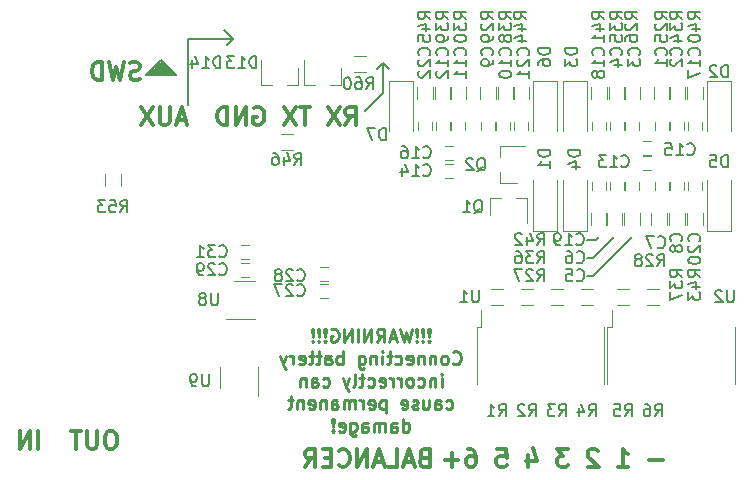
<source format=gbr>
G04 #@! TF.FileFunction,Legend,Bot*
%FSLAX46Y46*%
G04 Gerber Fmt 4.6, Leading zero omitted, Abs format (unit mm)*
G04 Created by KiCad (PCBNEW 4.0.7) date 05/04/18 22:28:11*
%MOMM*%
%LPD*%
G01*
G04 APERTURE LIST*
%ADD10C,0.100000*%
%ADD11C,0.200000*%
%ADD12C,0.250000*%
%ADD13C,0.300000*%
%ADD14C,0.120000*%
%ADD15C,0.150000*%
G04 APERTURE END LIST*
D10*
D11*
X93472000Y-60960000D02*
X92964000Y-60960000D01*
X96774000Y-57658000D02*
X93472000Y-60960000D01*
X93472000Y-59436000D02*
X92964000Y-59436000D01*
X95250000Y-57658000D02*
X93472000Y-59436000D01*
X93726000Y-57912000D02*
X92964000Y-57912000D01*
X93980000Y-57658000D02*
X93726000Y-57912000D01*
X62992000Y-40894000D02*
X62484000Y-40386000D01*
X62992000Y-40894000D02*
X62484000Y-41402000D01*
X62992000Y-40894000D02*
X62230000Y-40132000D01*
X59182000Y-40894000D02*
X62992000Y-40894000D01*
X59182000Y-46482000D02*
X59182000Y-40894000D01*
D12*
X79599811Y-66442857D02*
X79547430Y-66495238D01*
X79599811Y-66547619D01*
X79652192Y-66495238D01*
X79599811Y-66442857D01*
X79599811Y-66547619D01*
X79599811Y-66128571D02*
X79652192Y-65500000D01*
X79599811Y-65447619D01*
X79547430Y-65500000D01*
X79599811Y-66128571D01*
X79599811Y-65447619D01*
X79076001Y-66442857D02*
X79023620Y-66495238D01*
X79076001Y-66547619D01*
X79128382Y-66495238D01*
X79076001Y-66442857D01*
X79076001Y-66547619D01*
X79076001Y-66128571D02*
X79128382Y-65500000D01*
X79076001Y-65447619D01*
X79023620Y-65500000D01*
X79076001Y-66128571D01*
X79076001Y-65447619D01*
X78552191Y-66442857D02*
X78499810Y-66495238D01*
X78552191Y-66547619D01*
X78604572Y-66495238D01*
X78552191Y-66442857D01*
X78552191Y-66547619D01*
X78552191Y-66128571D02*
X78604572Y-65500000D01*
X78552191Y-65447619D01*
X78499810Y-65500000D01*
X78552191Y-66128571D01*
X78552191Y-65447619D01*
X78133143Y-65447619D02*
X77871238Y-66547619D01*
X77661715Y-65761905D01*
X77452191Y-66547619D01*
X77190286Y-65447619D01*
X76823619Y-66233333D02*
X76299810Y-66233333D01*
X76928381Y-66547619D02*
X76561714Y-65447619D01*
X76195048Y-66547619D01*
X75199810Y-66547619D02*
X75566476Y-66023810D01*
X75828381Y-66547619D02*
X75828381Y-65447619D01*
X75409334Y-65447619D01*
X75304572Y-65500000D01*
X75252191Y-65552381D01*
X75199810Y-65657143D01*
X75199810Y-65814286D01*
X75252191Y-65919048D01*
X75304572Y-65971429D01*
X75409334Y-66023810D01*
X75828381Y-66023810D01*
X74728381Y-66547619D02*
X74728381Y-65447619D01*
X74099810Y-66547619D01*
X74099810Y-65447619D01*
X73576000Y-66547619D02*
X73576000Y-65447619D01*
X73052190Y-66547619D02*
X73052190Y-65447619D01*
X72423619Y-66547619D01*
X72423619Y-65447619D01*
X71323619Y-65500000D02*
X71428381Y-65447619D01*
X71585524Y-65447619D01*
X71742666Y-65500000D01*
X71847428Y-65604762D01*
X71899809Y-65709524D01*
X71952190Y-65919048D01*
X71952190Y-66076190D01*
X71899809Y-66285714D01*
X71847428Y-66390476D01*
X71742666Y-66495238D01*
X71585524Y-66547619D01*
X71480762Y-66547619D01*
X71323619Y-66495238D01*
X71271238Y-66442857D01*
X71271238Y-66076190D01*
X71480762Y-66076190D01*
X70799809Y-66442857D02*
X70747428Y-66495238D01*
X70799809Y-66547619D01*
X70852190Y-66495238D01*
X70799809Y-66442857D01*
X70799809Y-66547619D01*
X70799809Y-66128571D02*
X70852190Y-65500000D01*
X70799809Y-65447619D01*
X70747428Y-65500000D01*
X70799809Y-66128571D01*
X70799809Y-65447619D01*
X70275999Y-66442857D02*
X70223618Y-66495238D01*
X70275999Y-66547619D01*
X70328380Y-66495238D01*
X70275999Y-66442857D01*
X70275999Y-66547619D01*
X70275999Y-66128571D02*
X70328380Y-65500000D01*
X70275999Y-65447619D01*
X70223618Y-65500000D01*
X70275999Y-66128571D01*
X70275999Y-65447619D01*
X69752189Y-66442857D02*
X69699808Y-66495238D01*
X69752189Y-66547619D01*
X69804570Y-66495238D01*
X69752189Y-66442857D01*
X69752189Y-66547619D01*
X69752189Y-66128571D02*
X69804570Y-65500000D01*
X69752189Y-65447619D01*
X69699808Y-65500000D01*
X69752189Y-66128571D01*
X69752189Y-65447619D01*
X81616475Y-68342857D02*
X81668856Y-68395238D01*
X81825999Y-68447619D01*
X81930761Y-68447619D01*
X82087903Y-68395238D01*
X82192665Y-68290476D01*
X82245046Y-68185714D01*
X82297427Y-67976190D01*
X82297427Y-67819048D01*
X82245046Y-67609524D01*
X82192665Y-67504762D01*
X82087903Y-67400000D01*
X81930761Y-67347619D01*
X81825999Y-67347619D01*
X81668856Y-67400000D01*
X81616475Y-67452381D01*
X80987903Y-68447619D02*
X81092665Y-68395238D01*
X81145046Y-68342857D01*
X81197427Y-68238095D01*
X81197427Y-67923810D01*
X81145046Y-67819048D01*
X81092665Y-67766667D01*
X80987903Y-67714286D01*
X80830761Y-67714286D01*
X80725999Y-67766667D01*
X80673618Y-67819048D01*
X80621237Y-67923810D01*
X80621237Y-68238095D01*
X80673618Y-68342857D01*
X80725999Y-68395238D01*
X80830761Y-68447619D01*
X80987903Y-68447619D01*
X80149808Y-67714286D02*
X80149808Y-68447619D01*
X80149808Y-67819048D02*
X80097427Y-67766667D01*
X79992665Y-67714286D01*
X79835523Y-67714286D01*
X79730761Y-67766667D01*
X79678380Y-67871429D01*
X79678380Y-68447619D01*
X79154570Y-67714286D02*
X79154570Y-68447619D01*
X79154570Y-67819048D02*
X79102189Y-67766667D01*
X78997427Y-67714286D01*
X78840285Y-67714286D01*
X78735523Y-67766667D01*
X78683142Y-67871429D01*
X78683142Y-68447619D01*
X77740285Y-68395238D02*
X77845047Y-68447619D01*
X78054570Y-68447619D01*
X78159332Y-68395238D01*
X78211713Y-68290476D01*
X78211713Y-67871429D01*
X78159332Y-67766667D01*
X78054570Y-67714286D01*
X77845047Y-67714286D01*
X77740285Y-67766667D01*
X77687904Y-67871429D01*
X77687904Y-67976190D01*
X78211713Y-68080952D01*
X76745047Y-68395238D02*
X76849809Y-68447619D01*
X77059332Y-68447619D01*
X77164094Y-68395238D01*
X77216475Y-68342857D01*
X77268856Y-68238095D01*
X77268856Y-67923810D01*
X77216475Y-67819048D01*
X77164094Y-67766667D01*
X77059332Y-67714286D01*
X76849809Y-67714286D01*
X76745047Y-67766667D01*
X76430761Y-67714286D02*
X76011713Y-67714286D01*
X76273618Y-67347619D02*
X76273618Y-68290476D01*
X76221237Y-68395238D01*
X76116475Y-68447619D01*
X76011713Y-68447619D01*
X75645047Y-68447619D02*
X75645047Y-67714286D01*
X75645047Y-67347619D02*
X75697428Y-67400000D01*
X75645047Y-67452381D01*
X75592666Y-67400000D01*
X75645047Y-67347619D01*
X75645047Y-67452381D01*
X75121237Y-67714286D02*
X75121237Y-68447619D01*
X75121237Y-67819048D02*
X75068856Y-67766667D01*
X74964094Y-67714286D01*
X74806952Y-67714286D01*
X74702190Y-67766667D01*
X74649809Y-67871429D01*
X74649809Y-68447619D01*
X73654571Y-67714286D02*
X73654571Y-68604762D01*
X73706952Y-68709524D01*
X73759333Y-68761905D01*
X73864094Y-68814286D01*
X74021237Y-68814286D01*
X74125999Y-68761905D01*
X73654571Y-68395238D02*
X73759333Y-68447619D01*
X73968856Y-68447619D01*
X74073618Y-68395238D01*
X74125999Y-68342857D01*
X74178380Y-68238095D01*
X74178380Y-67923810D01*
X74125999Y-67819048D01*
X74073618Y-67766667D01*
X73968856Y-67714286D01*
X73759333Y-67714286D01*
X73654571Y-67766667D01*
X72292666Y-68447619D02*
X72292666Y-67347619D01*
X72292666Y-67766667D02*
X72187904Y-67714286D01*
X71978381Y-67714286D01*
X71873619Y-67766667D01*
X71821238Y-67819048D01*
X71768857Y-67923810D01*
X71768857Y-68238095D01*
X71821238Y-68342857D01*
X71873619Y-68395238D01*
X71978381Y-68447619D01*
X72187904Y-68447619D01*
X72292666Y-68395238D01*
X70826000Y-68447619D02*
X70826000Y-67871429D01*
X70878381Y-67766667D01*
X70983143Y-67714286D01*
X71192666Y-67714286D01*
X71297428Y-67766667D01*
X70826000Y-68395238D02*
X70930762Y-68447619D01*
X71192666Y-68447619D01*
X71297428Y-68395238D01*
X71349809Y-68290476D01*
X71349809Y-68185714D01*
X71297428Y-68080952D01*
X71192666Y-68028571D01*
X70930762Y-68028571D01*
X70826000Y-67976190D01*
X70459333Y-67714286D02*
X70040285Y-67714286D01*
X70302190Y-67347619D02*
X70302190Y-68290476D01*
X70249809Y-68395238D01*
X70145047Y-68447619D01*
X70040285Y-68447619D01*
X69830762Y-67714286D02*
X69411714Y-67714286D01*
X69673619Y-67347619D02*
X69673619Y-68290476D01*
X69621238Y-68395238D01*
X69516476Y-68447619D01*
X69411714Y-68447619D01*
X68626001Y-68395238D02*
X68730763Y-68447619D01*
X68940286Y-68447619D01*
X69045048Y-68395238D01*
X69097429Y-68290476D01*
X69097429Y-67871429D01*
X69045048Y-67766667D01*
X68940286Y-67714286D01*
X68730763Y-67714286D01*
X68626001Y-67766667D01*
X68573620Y-67871429D01*
X68573620Y-67976190D01*
X69097429Y-68080952D01*
X68102191Y-68447619D02*
X68102191Y-67714286D01*
X68102191Y-67923810D02*
X68049810Y-67819048D01*
X67997429Y-67766667D01*
X67892667Y-67714286D01*
X67787906Y-67714286D01*
X67526001Y-67714286D02*
X67264096Y-68447619D01*
X67002192Y-67714286D02*
X67264096Y-68447619D01*
X67368858Y-68709524D01*
X67421239Y-68761905D01*
X67526001Y-68814286D01*
X80673617Y-70347619D02*
X80673617Y-69614286D01*
X80673617Y-69247619D02*
X80725998Y-69300000D01*
X80673617Y-69352381D01*
X80621236Y-69300000D01*
X80673617Y-69247619D01*
X80673617Y-69352381D01*
X80149807Y-69614286D02*
X80149807Y-70347619D01*
X80149807Y-69719048D02*
X80097426Y-69666667D01*
X79992664Y-69614286D01*
X79835522Y-69614286D01*
X79730760Y-69666667D01*
X79678379Y-69771429D01*
X79678379Y-70347619D01*
X78683141Y-70295238D02*
X78787903Y-70347619D01*
X78997426Y-70347619D01*
X79102188Y-70295238D01*
X79154569Y-70242857D01*
X79206950Y-70138095D01*
X79206950Y-69823810D01*
X79154569Y-69719048D01*
X79102188Y-69666667D01*
X78997426Y-69614286D01*
X78787903Y-69614286D01*
X78683141Y-69666667D01*
X78054569Y-70347619D02*
X78159331Y-70295238D01*
X78211712Y-70242857D01*
X78264093Y-70138095D01*
X78264093Y-69823810D01*
X78211712Y-69719048D01*
X78159331Y-69666667D01*
X78054569Y-69614286D01*
X77897427Y-69614286D01*
X77792665Y-69666667D01*
X77740284Y-69719048D01*
X77687903Y-69823810D01*
X77687903Y-70138095D01*
X77740284Y-70242857D01*
X77792665Y-70295238D01*
X77897427Y-70347619D01*
X78054569Y-70347619D01*
X77216474Y-70347619D02*
X77216474Y-69614286D01*
X77216474Y-69823810D02*
X77164093Y-69719048D01*
X77111712Y-69666667D01*
X77006950Y-69614286D01*
X76902189Y-69614286D01*
X76535522Y-70347619D02*
X76535522Y-69614286D01*
X76535522Y-69823810D02*
X76483141Y-69719048D01*
X76430760Y-69666667D01*
X76325998Y-69614286D01*
X76221237Y-69614286D01*
X75435523Y-70295238D02*
X75540285Y-70347619D01*
X75749808Y-70347619D01*
X75854570Y-70295238D01*
X75906951Y-70190476D01*
X75906951Y-69771429D01*
X75854570Y-69666667D01*
X75749808Y-69614286D01*
X75540285Y-69614286D01*
X75435523Y-69666667D01*
X75383142Y-69771429D01*
X75383142Y-69876190D01*
X75906951Y-69980952D01*
X74440285Y-70295238D02*
X74545047Y-70347619D01*
X74754570Y-70347619D01*
X74859332Y-70295238D01*
X74911713Y-70242857D01*
X74964094Y-70138095D01*
X74964094Y-69823810D01*
X74911713Y-69719048D01*
X74859332Y-69666667D01*
X74754570Y-69614286D01*
X74545047Y-69614286D01*
X74440285Y-69666667D01*
X74125999Y-69614286D02*
X73706951Y-69614286D01*
X73968856Y-69247619D02*
X73968856Y-70190476D01*
X73916475Y-70295238D01*
X73811713Y-70347619D01*
X73706951Y-70347619D01*
X73183142Y-70347619D02*
X73287904Y-70295238D01*
X73340285Y-70190476D01*
X73340285Y-69247619D01*
X72868857Y-69614286D02*
X72606952Y-70347619D01*
X72345048Y-69614286D02*
X72606952Y-70347619D01*
X72711714Y-70609524D01*
X72764095Y-70661905D01*
X72868857Y-70714286D01*
X70616477Y-70295238D02*
X70721239Y-70347619D01*
X70930762Y-70347619D01*
X71035524Y-70295238D01*
X71087905Y-70242857D01*
X71140286Y-70138095D01*
X71140286Y-69823810D01*
X71087905Y-69719048D01*
X71035524Y-69666667D01*
X70930762Y-69614286D01*
X70721239Y-69614286D01*
X70616477Y-69666667D01*
X69673620Y-70347619D02*
X69673620Y-69771429D01*
X69726001Y-69666667D01*
X69830763Y-69614286D01*
X70040286Y-69614286D01*
X70145048Y-69666667D01*
X69673620Y-70295238D02*
X69778382Y-70347619D01*
X70040286Y-70347619D01*
X70145048Y-70295238D01*
X70197429Y-70190476D01*
X70197429Y-70085714D01*
X70145048Y-69980952D01*
X70040286Y-69928571D01*
X69778382Y-69928571D01*
X69673620Y-69876190D01*
X69149810Y-69614286D02*
X69149810Y-70347619D01*
X69149810Y-69719048D02*
X69097429Y-69666667D01*
X68992667Y-69614286D01*
X68835525Y-69614286D01*
X68730763Y-69666667D01*
X68678382Y-69771429D01*
X68678382Y-70347619D01*
X81066475Y-72195238D02*
X81171237Y-72247619D01*
X81380760Y-72247619D01*
X81485522Y-72195238D01*
X81537903Y-72142857D01*
X81590284Y-72038095D01*
X81590284Y-71723810D01*
X81537903Y-71619048D01*
X81485522Y-71566667D01*
X81380760Y-71514286D01*
X81171237Y-71514286D01*
X81066475Y-71566667D01*
X80123618Y-72247619D02*
X80123618Y-71671429D01*
X80175999Y-71566667D01*
X80280761Y-71514286D01*
X80490284Y-71514286D01*
X80595046Y-71566667D01*
X80123618Y-72195238D02*
X80228380Y-72247619D01*
X80490284Y-72247619D01*
X80595046Y-72195238D01*
X80647427Y-72090476D01*
X80647427Y-71985714D01*
X80595046Y-71880952D01*
X80490284Y-71828571D01*
X80228380Y-71828571D01*
X80123618Y-71776190D01*
X79128380Y-71514286D02*
X79128380Y-72247619D01*
X79599808Y-71514286D02*
X79599808Y-72090476D01*
X79547427Y-72195238D01*
X79442665Y-72247619D01*
X79285523Y-72247619D01*
X79180761Y-72195238D01*
X79128380Y-72142857D01*
X78656951Y-72195238D02*
X78552189Y-72247619D01*
X78342665Y-72247619D01*
X78237904Y-72195238D01*
X78185523Y-72090476D01*
X78185523Y-72038095D01*
X78237904Y-71933333D01*
X78342665Y-71880952D01*
X78499808Y-71880952D01*
X78604570Y-71828571D01*
X78656951Y-71723810D01*
X78656951Y-71671429D01*
X78604570Y-71566667D01*
X78499808Y-71514286D01*
X78342665Y-71514286D01*
X78237904Y-71566667D01*
X77295047Y-72195238D02*
X77399809Y-72247619D01*
X77609332Y-72247619D01*
X77714094Y-72195238D01*
X77766475Y-72090476D01*
X77766475Y-71671429D01*
X77714094Y-71566667D01*
X77609332Y-71514286D01*
X77399809Y-71514286D01*
X77295047Y-71566667D01*
X77242666Y-71671429D01*
X77242666Y-71776190D01*
X77766475Y-71880952D01*
X75933142Y-71514286D02*
X75933142Y-72614286D01*
X75933142Y-71566667D02*
X75828380Y-71514286D01*
X75618857Y-71514286D01*
X75514095Y-71566667D01*
X75461714Y-71619048D01*
X75409333Y-71723810D01*
X75409333Y-72038095D01*
X75461714Y-72142857D01*
X75514095Y-72195238D01*
X75618857Y-72247619D01*
X75828380Y-72247619D01*
X75933142Y-72195238D01*
X74518857Y-72195238D02*
X74623619Y-72247619D01*
X74833142Y-72247619D01*
X74937904Y-72195238D01*
X74990285Y-72090476D01*
X74990285Y-71671429D01*
X74937904Y-71566667D01*
X74833142Y-71514286D01*
X74623619Y-71514286D01*
X74518857Y-71566667D01*
X74466476Y-71671429D01*
X74466476Y-71776190D01*
X74990285Y-71880952D01*
X73995047Y-72247619D02*
X73995047Y-71514286D01*
X73995047Y-71723810D02*
X73942666Y-71619048D01*
X73890285Y-71566667D01*
X73785523Y-71514286D01*
X73680762Y-71514286D01*
X73314095Y-72247619D02*
X73314095Y-71514286D01*
X73314095Y-71619048D02*
X73261714Y-71566667D01*
X73156952Y-71514286D01*
X72999810Y-71514286D01*
X72895048Y-71566667D01*
X72842667Y-71671429D01*
X72842667Y-72247619D01*
X72842667Y-71671429D02*
X72790286Y-71566667D01*
X72685524Y-71514286D01*
X72528381Y-71514286D01*
X72423619Y-71566667D01*
X72371238Y-71671429D01*
X72371238Y-72247619D01*
X71376000Y-72247619D02*
X71376000Y-71671429D01*
X71428381Y-71566667D01*
X71533143Y-71514286D01*
X71742666Y-71514286D01*
X71847428Y-71566667D01*
X71376000Y-72195238D02*
X71480762Y-72247619D01*
X71742666Y-72247619D01*
X71847428Y-72195238D01*
X71899809Y-72090476D01*
X71899809Y-71985714D01*
X71847428Y-71880952D01*
X71742666Y-71828571D01*
X71480762Y-71828571D01*
X71376000Y-71776190D01*
X70852190Y-71514286D02*
X70852190Y-72247619D01*
X70852190Y-71619048D02*
X70799809Y-71566667D01*
X70695047Y-71514286D01*
X70537905Y-71514286D01*
X70433143Y-71566667D01*
X70380762Y-71671429D01*
X70380762Y-72247619D01*
X69437905Y-72195238D02*
X69542667Y-72247619D01*
X69752190Y-72247619D01*
X69856952Y-72195238D01*
X69909333Y-72090476D01*
X69909333Y-71671429D01*
X69856952Y-71566667D01*
X69752190Y-71514286D01*
X69542667Y-71514286D01*
X69437905Y-71566667D01*
X69385524Y-71671429D01*
X69385524Y-71776190D01*
X69909333Y-71880952D01*
X68914095Y-71514286D02*
X68914095Y-72247619D01*
X68914095Y-71619048D02*
X68861714Y-71566667D01*
X68756952Y-71514286D01*
X68599810Y-71514286D01*
X68495048Y-71566667D01*
X68442667Y-71671429D01*
X68442667Y-72247619D01*
X68076000Y-71514286D02*
X67656952Y-71514286D01*
X67918857Y-71147619D02*
X67918857Y-72090476D01*
X67866476Y-72195238D01*
X67761714Y-72247619D01*
X67656952Y-72247619D01*
X77399810Y-74147619D02*
X77399810Y-73047619D01*
X77399810Y-74095238D02*
X77504572Y-74147619D01*
X77714095Y-74147619D01*
X77818857Y-74095238D01*
X77871238Y-74042857D01*
X77923619Y-73938095D01*
X77923619Y-73623810D01*
X77871238Y-73519048D01*
X77818857Y-73466667D01*
X77714095Y-73414286D01*
X77504572Y-73414286D01*
X77399810Y-73466667D01*
X76404572Y-74147619D02*
X76404572Y-73571429D01*
X76456953Y-73466667D01*
X76561715Y-73414286D01*
X76771238Y-73414286D01*
X76876000Y-73466667D01*
X76404572Y-74095238D02*
X76509334Y-74147619D01*
X76771238Y-74147619D01*
X76876000Y-74095238D01*
X76928381Y-73990476D01*
X76928381Y-73885714D01*
X76876000Y-73780952D01*
X76771238Y-73728571D01*
X76509334Y-73728571D01*
X76404572Y-73676190D01*
X75880762Y-74147619D02*
X75880762Y-73414286D01*
X75880762Y-73519048D02*
X75828381Y-73466667D01*
X75723619Y-73414286D01*
X75566477Y-73414286D01*
X75461715Y-73466667D01*
X75409334Y-73571429D01*
X75409334Y-74147619D01*
X75409334Y-73571429D02*
X75356953Y-73466667D01*
X75252191Y-73414286D01*
X75095048Y-73414286D01*
X74990286Y-73466667D01*
X74937905Y-73571429D01*
X74937905Y-74147619D01*
X73942667Y-74147619D02*
X73942667Y-73571429D01*
X73995048Y-73466667D01*
X74099810Y-73414286D01*
X74309333Y-73414286D01*
X74414095Y-73466667D01*
X73942667Y-74095238D02*
X74047429Y-74147619D01*
X74309333Y-74147619D01*
X74414095Y-74095238D01*
X74466476Y-73990476D01*
X74466476Y-73885714D01*
X74414095Y-73780952D01*
X74309333Y-73728571D01*
X74047429Y-73728571D01*
X73942667Y-73676190D01*
X72947429Y-73414286D02*
X72947429Y-74304762D01*
X72999810Y-74409524D01*
X73052191Y-74461905D01*
X73156952Y-74514286D01*
X73314095Y-74514286D01*
X73418857Y-74461905D01*
X72947429Y-74095238D02*
X73052191Y-74147619D01*
X73261714Y-74147619D01*
X73366476Y-74095238D01*
X73418857Y-74042857D01*
X73471238Y-73938095D01*
X73471238Y-73623810D01*
X73418857Y-73519048D01*
X73366476Y-73466667D01*
X73261714Y-73414286D01*
X73052191Y-73414286D01*
X72947429Y-73466667D01*
X72004572Y-74095238D02*
X72109334Y-74147619D01*
X72318857Y-74147619D01*
X72423619Y-74095238D01*
X72476000Y-73990476D01*
X72476000Y-73571429D01*
X72423619Y-73466667D01*
X72318857Y-73414286D01*
X72109334Y-73414286D01*
X72004572Y-73466667D01*
X71952191Y-73571429D01*
X71952191Y-73676190D01*
X72476000Y-73780952D01*
X71480762Y-74042857D02*
X71428381Y-74095238D01*
X71480762Y-74147619D01*
X71533143Y-74095238D01*
X71480762Y-74042857D01*
X71480762Y-74147619D01*
X71480762Y-73728571D02*
X71533143Y-73100000D01*
X71480762Y-73047619D01*
X71428381Y-73100000D01*
X71480762Y-73728571D01*
X71480762Y-73047619D01*
D11*
X56134000Y-43942000D02*
X55880000Y-43688000D01*
X56388000Y-43942000D02*
X56134000Y-43942000D01*
X56134000Y-43688000D02*
X56388000Y-43942000D01*
X56388000Y-43434000D02*
X56134000Y-43688000D01*
X56896000Y-43942000D02*
X56388000Y-43434000D01*
X56642000Y-43942000D02*
X56896000Y-43942000D01*
X56134000Y-43434000D02*
X56642000Y-43942000D01*
X56388000Y-43180000D02*
X56134000Y-43434000D01*
X57150000Y-43942000D02*
X56388000Y-43180000D01*
X57404000Y-43942000D02*
X57150000Y-43942000D01*
X56642000Y-43180000D02*
X57404000Y-43942000D01*
X56896000Y-42926000D02*
X56642000Y-43180000D01*
X57912000Y-43942000D02*
X56896000Y-42926000D01*
X57658000Y-43942000D02*
X57912000Y-43942000D01*
X56642000Y-42926000D02*
X57658000Y-43942000D01*
X56896000Y-42672000D02*
X56642000Y-42926000D01*
X58166000Y-43942000D02*
X56896000Y-42672000D01*
X55626000Y-43942000D02*
X58166000Y-43942000D01*
X56896000Y-42672000D02*
X55626000Y-43942000D01*
D13*
X55121714Y-44295143D02*
X54907428Y-44366571D01*
X54550285Y-44366571D01*
X54407428Y-44295143D01*
X54335999Y-44223714D01*
X54264571Y-44080857D01*
X54264571Y-43938000D01*
X54335999Y-43795143D01*
X54407428Y-43723714D01*
X54550285Y-43652286D01*
X54835999Y-43580857D01*
X54978857Y-43509429D01*
X55050285Y-43438000D01*
X55121714Y-43295143D01*
X55121714Y-43152286D01*
X55050285Y-43009429D01*
X54978857Y-42938000D01*
X54835999Y-42866571D01*
X54478857Y-42866571D01*
X54264571Y-42938000D01*
X53764571Y-42866571D02*
X53407428Y-44366571D01*
X53121714Y-43295143D01*
X52836000Y-44366571D01*
X52478857Y-42866571D01*
X51907428Y-44366571D02*
X51907428Y-42866571D01*
X51550285Y-42866571D01*
X51336000Y-42938000D01*
X51193142Y-43080857D01*
X51121714Y-43223714D01*
X51050285Y-43509429D01*
X51050285Y-43723714D01*
X51121714Y-44009429D01*
X51193142Y-44152286D01*
X51336000Y-44295143D01*
X51550285Y-44366571D01*
X51907428Y-44366571D01*
X59007143Y-47748000D02*
X58292857Y-47748000D01*
X59150000Y-48176571D02*
X58650000Y-46676571D01*
X58150000Y-48176571D01*
X57650000Y-46676571D02*
X57650000Y-47890857D01*
X57578572Y-48033714D01*
X57507143Y-48105143D01*
X57364286Y-48176571D01*
X57078572Y-48176571D01*
X56935714Y-48105143D01*
X56864286Y-48033714D01*
X56792857Y-47890857D01*
X56792857Y-46676571D01*
X56221428Y-46676571D02*
X55221428Y-48176571D01*
X55221428Y-46676571D02*
X56221428Y-48176571D01*
D11*
X75692000Y-42926000D02*
X76200000Y-43434000D01*
X75692000Y-42926000D02*
X75184000Y-43434000D01*
X75692000Y-45466000D02*
X75692000Y-42926000D01*
X74168000Y-46990000D02*
X75692000Y-45466000D01*
D13*
X72528285Y-48176571D02*
X73028285Y-47462286D01*
X73385428Y-48176571D02*
X73385428Y-46676571D01*
X72814000Y-46676571D01*
X72671142Y-46748000D01*
X72599714Y-46819429D01*
X72528285Y-46962286D01*
X72528285Y-47176571D01*
X72599714Y-47319429D01*
X72671142Y-47390857D01*
X72814000Y-47462286D01*
X73385428Y-47462286D01*
X72028285Y-46676571D02*
X71028285Y-48176571D01*
X71028285Y-46676571D02*
X72028285Y-48176571D01*
X69528286Y-46676571D02*
X68671143Y-46676571D01*
X69099714Y-48176571D02*
X69099714Y-46676571D01*
X68314000Y-46676571D02*
X67314000Y-48176571D01*
X67314000Y-46676571D02*
X68314000Y-48176571D01*
X64814001Y-46748000D02*
X64956858Y-46676571D01*
X65171144Y-46676571D01*
X65385429Y-46748000D01*
X65528287Y-46890857D01*
X65599715Y-47033714D01*
X65671144Y-47319429D01*
X65671144Y-47533714D01*
X65599715Y-47819429D01*
X65528287Y-47962286D01*
X65385429Y-48105143D01*
X65171144Y-48176571D01*
X65028287Y-48176571D01*
X64814001Y-48105143D01*
X64742572Y-48033714D01*
X64742572Y-47533714D01*
X65028287Y-47533714D01*
X64099715Y-48176571D02*
X64099715Y-46676571D01*
X63242572Y-48176571D01*
X63242572Y-46676571D01*
X62528286Y-48176571D02*
X62528286Y-46676571D01*
X62171143Y-46676571D01*
X61956858Y-46748000D01*
X61814000Y-46890857D01*
X61742572Y-47033714D01*
X61671143Y-47319429D01*
X61671143Y-47533714D01*
X61742572Y-47819429D01*
X61814000Y-47962286D01*
X61956858Y-48105143D01*
X62171143Y-48176571D01*
X62528286Y-48176571D01*
X79172000Y-76346857D02*
X78957714Y-76418286D01*
X78886286Y-76489714D01*
X78814857Y-76632571D01*
X78814857Y-76846857D01*
X78886286Y-76989714D01*
X78957714Y-77061143D01*
X79100572Y-77132571D01*
X79672000Y-77132571D01*
X79672000Y-75632571D01*
X79172000Y-75632571D01*
X79029143Y-75704000D01*
X78957714Y-75775429D01*
X78886286Y-75918286D01*
X78886286Y-76061143D01*
X78957714Y-76204000D01*
X79029143Y-76275429D01*
X79172000Y-76346857D01*
X79672000Y-76346857D01*
X78243429Y-76704000D02*
X77529143Y-76704000D01*
X78386286Y-77132571D02*
X77886286Y-75632571D01*
X77386286Y-77132571D01*
X76172000Y-77132571D02*
X76886286Y-77132571D01*
X76886286Y-75632571D01*
X75743429Y-76704000D02*
X75029143Y-76704000D01*
X75886286Y-77132571D02*
X75386286Y-75632571D01*
X74886286Y-77132571D01*
X74386286Y-77132571D02*
X74386286Y-75632571D01*
X73529143Y-77132571D01*
X73529143Y-75632571D01*
X71957714Y-76989714D02*
X72029143Y-77061143D01*
X72243429Y-77132571D01*
X72386286Y-77132571D01*
X72600571Y-77061143D01*
X72743429Y-76918286D01*
X72814857Y-76775429D01*
X72886286Y-76489714D01*
X72886286Y-76275429D01*
X72814857Y-75989714D01*
X72743429Y-75846857D01*
X72600571Y-75704000D01*
X72386286Y-75632571D01*
X72243429Y-75632571D01*
X72029143Y-75704000D01*
X71957714Y-75775429D01*
X71314857Y-76346857D02*
X70814857Y-76346857D01*
X70600571Y-77132571D02*
X71314857Y-77132571D01*
X71314857Y-75632571D01*
X70600571Y-75632571D01*
X69100571Y-77132571D02*
X69600571Y-76418286D01*
X69957714Y-77132571D02*
X69957714Y-75632571D01*
X69386286Y-75632571D01*
X69243428Y-75704000D01*
X69172000Y-75775429D01*
X69100571Y-75918286D01*
X69100571Y-76132571D01*
X69172000Y-76275429D01*
X69243428Y-76346857D01*
X69386286Y-76418286D01*
X69957714Y-76418286D01*
X99384284Y-76561143D02*
X98241427Y-76561143D01*
X95598570Y-77132571D02*
X96455713Y-77132571D01*
X96027141Y-77132571D02*
X96027141Y-75632571D01*
X96169998Y-75846857D01*
X96312856Y-75989714D01*
X96455713Y-76061143D01*
X93884285Y-75775429D02*
X93812856Y-75704000D01*
X93669999Y-75632571D01*
X93312856Y-75632571D01*
X93169999Y-75704000D01*
X93098570Y-75775429D01*
X93027142Y-75918286D01*
X93027142Y-76061143D01*
X93098570Y-76275429D01*
X93955713Y-77132571D01*
X93027142Y-77132571D01*
X91384285Y-75632571D02*
X90455714Y-75632571D01*
X90955714Y-76204000D01*
X90741428Y-76204000D01*
X90598571Y-76275429D01*
X90527142Y-76346857D01*
X90455714Y-76489714D01*
X90455714Y-76846857D01*
X90527142Y-76989714D01*
X90598571Y-77061143D01*
X90741428Y-77132571D01*
X91170000Y-77132571D01*
X91312857Y-77061143D01*
X91384285Y-76989714D01*
X88027143Y-76132571D02*
X88027143Y-77132571D01*
X88384286Y-75561143D02*
X88741429Y-76632571D01*
X87812857Y-76632571D01*
X85384286Y-75632571D02*
X86098572Y-75632571D01*
X86170001Y-76346857D01*
X86098572Y-76275429D01*
X85955715Y-76204000D01*
X85598572Y-76204000D01*
X85455715Y-76275429D01*
X85384286Y-76346857D01*
X85312858Y-76489714D01*
X85312858Y-76846857D01*
X85384286Y-76989714D01*
X85455715Y-77061143D01*
X85598572Y-77132571D01*
X85955715Y-77132571D01*
X86098572Y-77061143D01*
X86170001Y-76989714D01*
X82884287Y-75632571D02*
X83170001Y-75632571D01*
X83312858Y-75704000D01*
X83384287Y-75775429D01*
X83527144Y-75989714D01*
X83598573Y-76275429D01*
X83598573Y-76846857D01*
X83527144Y-76989714D01*
X83455716Y-77061143D01*
X83312858Y-77132571D01*
X83027144Y-77132571D01*
X82884287Y-77061143D01*
X82812858Y-76989714D01*
X82741430Y-76846857D01*
X82741430Y-76489714D01*
X82812858Y-76346857D01*
X82884287Y-76275429D01*
X83027144Y-76204000D01*
X83312858Y-76204000D01*
X83455716Y-76275429D01*
X83527144Y-76346857D01*
X83598573Y-76489714D01*
X82098573Y-76561143D02*
X80955716Y-76561143D01*
X81527145Y-77132571D02*
X81527145Y-75989714D01*
X52807715Y-74108571D02*
X52522001Y-74108571D01*
X52379143Y-74180000D01*
X52236286Y-74322857D01*
X52164858Y-74608571D01*
X52164858Y-75108571D01*
X52236286Y-75394286D01*
X52379143Y-75537143D01*
X52522001Y-75608571D01*
X52807715Y-75608571D01*
X52950572Y-75537143D01*
X53093429Y-75394286D01*
X53164858Y-75108571D01*
X53164858Y-74608571D01*
X53093429Y-74322857D01*
X52950572Y-74180000D01*
X52807715Y-74108571D01*
X51522000Y-74108571D02*
X51522000Y-75322857D01*
X51450572Y-75465714D01*
X51379143Y-75537143D01*
X51236286Y-75608571D01*
X50950572Y-75608571D01*
X50807714Y-75537143D01*
X50736286Y-75465714D01*
X50664857Y-75322857D01*
X50664857Y-74108571D01*
X50164857Y-74108571D02*
X49307714Y-74108571D01*
X49736285Y-75608571D02*
X49736285Y-74108571D01*
X46522000Y-75608571D02*
X46522000Y-74108571D01*
X45807714Y-75608571D02*
X45807714Y-74108571D01*
X44950571Y-75608571D01*
X44950571Y-74108571D01*
D14*
X98714000Y-47910000D02*
X98714000Y-48610000D01*
X99914000Y-48610000D02*
X99914000Y-47910000D01*
X101184000Y-48610000D02*
X101184000Y-47910000D01*
X99984000Y-47910000D02*
X99984000Y-48610000D01*
X96174000Y-47910000D02*
X96174000Y-48610000D01*
X97374000Y-48610000D02*
X97374000Y-47910000D01*
X96104000Y-48610000D02*
X96104000Y-47910000D01*
X94904000Y-47910000D02*
X94904000Y-48610000D01*
X97374000Y-53690000D02*
X97374000Y-52990000D01*
X96174000Y-52990000D02*
X96174000Y-53690000D01*
X94904000Y-52990000D02*
X94904000Y-53690000D01*
X96104000Y-53690000D02*
X96104000Y-52990000D01*
X99914000Y-53690000D02*
X99914000Y-52990000D01*
X98714000Y-52990000D02*
X98714000Y-53690000D01*
X99984000Y-52990000D02*
X99984000Y-53690000D01*
X101184000Y-53690000D02*
X101184000Y-52990000D01*
X83982000Y-47910000D02*
X83982000Y-48610000D01*
X85182000Y-48610000D02*
X85182000Y-47910000D01*
X86452000Y-48610000D02*
X86452000Y-47910000D01*
X85252000Y-47910000D02*
X85252000Y-48610000D01*
X81442000Y-47910000D02*
X81442000Y-48610000D01*
X82642000Y-48610000D02*
X82642000Y-47910000D01*
X81372000Y-48610000D02*
X81372000Y-47910000D01*
X80172000Y-47910000D02*
X80172000Y-48610000D01*
X98394000Y-50835000D02*
X97694000Y-50835000D01*
X97694000Y-52035000D02*
X98394000Y-52035000D01*
X81630000Y-51470000D02*
X80930000Y-51470000D01*
X80930000Y-52670000D02*
X81630000Y-52670000D01*
X97694000Y-50765000D02*
X98394000Y-50765000D01*
X98394000Y-49565000D02*
X97694000Y-49565000D01*
X80930000Y-51146000D02*
X81630000Y-51146000D01*
X81630000Y-49946000D02*
X80930000Y-49946000D01*
X102708000Y-48610000D02*
X102708000Y-47910000D01*
X101508000Y-47910000D02*
X101508000Y-48610000D01*
X94580000Y-48610000D02*
X94580000Y-47910000D01*
X93380000Y-47910000D02*
X93380000Y-48610000D01*
X93380000Y-52990000D02*
X93380000Y-53690000D01*
X94580000Y-53690000D02*
X94580000Y-52990000D01*
X101508000Y-52990000D02*
X101508000Y-53690000D01*
X102708000Y-53690000D02*
X102708000Y-52990000D01*
X87976000Y-48610000D02*
X87976000Y-47910000D01*
X86776000Y-47910000D02*
X86776000Y-48610000D01*
X79848000Y-48610000D02*
X79848000Y-47910000D01*
X78648000Y-47910000D02*
X78648000Y-48610000D01*
X71089000Y-61630000D02*
X70389000Y-61630000D01*
X70389000Y-62830000D02*
X71089000Y-62830000D01*
X71089000Y-60233000D02*
X70389000Y-60233000D01*
X70389000Y-61433000D02*
X71089000Y-61433000D01*
X64358000Y-59852000D02*
X63658000Y-59852000D01*
X63658000Y-61052000D02*
X64358000Y-61052000D01*
X63658000Y-59528000D02*
X64358000Y-59528000D01*
X64358000Y-58328000D02*
X63658000Y-58328000D01*
X90408000Y-52860000D02*
X90408000Y-57160000D01*
X90408000Y-57160000D02*
X88408000Y-57160000D01*
X88408000Y-57160000D02*
X88408000Y-52860000D01*
X103140000Y-48740000D02*
X103140000Y-44440000D01*
X103140000Y-44440000D02*
X105140000Y-44440000D01*
X105140000Y-44440000D02*
X105140000Y-48740000D01*
X90948000Y-48740000D02*
X90948000Y-44440000D01*
X90948000Y-44440000D02*
X92948000Y-44440000D01*
X92948000Y-44440000D02*
X92948000Y-48740000D01*
X92948000Y-52860000D02*
X92948000Y-57160000D01*
X92948000Y-57160000D02*
X90948000Y-57160000D01*
X90948000Y-57160000D02*
X90948000Y-52860000D01*
X105140000Y-52860000D02*
X105140000Y-57160000D01*
X105140000Y-57160000D02*
X103140000Y-57160000D01*
X103140000Y-57160000D02*
X103140000Y-52860000D01*
X88408000Y-48740000D02*
X88408000Y-44440000D01*
X88408000Y-44440000D02*
X90408000Y-44440000D01*
X90408000Y-44440000D02*
X90408000Y-48740000D01*
X76216000Y-48740000D02*
X76216000Y-44440000D01*
X76216000Y-44440000D02*
X78216000Y-44440000D01*
X78216000Y-44440000D02*
X78216000Y-48740000D01*
X72192000Y-44829000D02*
X71262000Y-44829000D01*
X69032000Y-44829000D02*
X69962000Y-44829000D01*
X69032000Y-44829000D02*
X69032000Y-42669000D01*
X72192000Y-44829000D02*
X72192000Y-43369000D01*
X68509000Y-44829000D02*
X67579000Y-44829000D01*
X65349000Y-44829000D02*
X66279000Y-44829000D01*
X65349000Y-44829000D02*
X65349000Y-42669000D01*
X68509000Y-44829000D02*
X68509000Y-43369000D01*
X84780000Y-54358000D02*
X85710000Y-54358000D01*
X87940000Y-54358000D02*
X87010000Y-54358000D01*
X87940000Y-54358000D02*
X87940000Y-56518000D01*
X84780000Y-54358000D02*
X84780000Y-55818000D01*
X85600000Y-53142000D02*
X85600000Y-52212000D01*
X85600000Y-49982000D02*
X85600000Y-50912000D01*
X85600000Y-49982000D02*
X87760000Y-49982000D01*
X85600000Y-53142000D02*
X87060000Y-53142000D01*
X85844000Y-62058000D02*
X84844000Y-62058000D01*
X84844000Y-63418000D02*
X85844000Y-63418000D01*
X88384000Y-62058000D02*
X87384000Y-62058000D01*
X87384000Y-63418000D02*
X88384000Y-63418000D01*
X90924000Y-62058000D02*
X89924000Y-62058000D01*
X89924000Y-63418000D02*
X90924000Y-63418000D01*
X93464000Y-62058000D02*
X92464000Y-62058000D01*
X92464000Y-63418000D02*
X93464000Y-63418000D01*
X96512000Y-62058000D02*
X95512000Y-62058000D01*
X95512000Y-63418000D02*
X96512000Y-63418000D01*
X99052000Y-62058000D02*
X98052000Y-62058000D01*
X98052000Y-63418000D02*
X99052000Y-63418000D01*
X99994000Y-45966000D02*
X99994000Y-44966000D01*
X98634000Y-44966000D02*
X98634000Y-45966000D01*
X97454000Y-45966000D02*
X97454000Y-44966000D01*
X96094000Y-44966000D02*
X96094000Y-45966000D01*
X96094000Y-55634000D02*
X96094000Y-56634000D01*
X97454000Y-56634000D02*
X97454000Y-55634000D01*
X98380000Y-55634000D02*
X98380000Y-56634000D01*
X99740000Y-56634000D02*
X99740000Y-55634000D01*
X85262000Y-45966000D02*
X85262000Y-44966000D01*
X83902000Y-44966000D02*
X83902000Y-45966000D01*
X82722000Y-45966000D02*
X82722000Y-44966000D01*
X81362000Y-44966000D02*
X81362000Y-45966000D01*
X101264000Y-45966000D02*
X101264000Y-44966000D01*
X99904000Y-44966000D02*
X99904000Y-45966000D01*
X96184000Y-45966000D02*
X96184000Y-44966000D01*
X94824000Y-44966000D02*
X94824000Y-45966000D01*
X94570000Y-55634000D02*
X94570000Y-56634000D01*
X95930000Y-56634000D02*
X95930000Y-55634000D01*
X99904000Y-55634000D02*
X99904000Y-56634000D01*
X101264000Y-56634000D02*
X101264000Y-55634000D01*
X86786000Y-45966000D02*
X86786000Y-44966000D01*
X85426000Y-44966000D02*
X85426000Y-45966000D01*
X81452000Y-45966000D02*
X81452000Y-44966000D01*
X80092000Y-44966000D02*
X80092000Y-45966000D01*
X101428000Y-44966000D02*
X101428000Y-45966000D01*
X102788000Y-45966000D02*
X102788000Y-44966000D01*
X93300000Y-44966000D02*
X93300000Y-45966000D01*
X94660000Y-45966000D02*
X94660000Y-44966000D01*
X94660000Y-56634000D02*
X94660000Y-55634000D01*
X93300000Y-55634000D02*
X93300000Y-56634000D01*
X102788000Y-56634000D02*
X102788000Y-55634000D01*
X101428000Y-55634000D02*
X101428000Y-56634000D01*
X86696000Y-44966000D02*
X86696000Y-45966000D01*
X88056000Y-45966000D02*
X88056000Y-44966000D01*
X78568000Y-44966000D02*
X78568000Y-45966000D01*
X79928000Y-45966000D02*
X79928000Y-44966000D01*
X68064000Y-48977000D02*
X67064000Y-48977000D01*
X67064000Y-50337000D02*
X68064000Y-50337000D01*
X52152000Y-52332000D02*
X52152000Y-53332000D01*
X53512000Y-53332000D02*
X53512000Y-52332000D01*
X73287000Y-43733000D02*
X74287000Y-43733000D01*
X74287000Y-42373000D02*
X73287000Y-42373000D01*
X83627000Y-65291000D02*
X84027000Y-65291000D01*
X84027000Y-65291000D02*
X84027000Y-63891000D01*
X83627000Y-65291000D02*
X83627000Y-70091000D01*
X94427000Y-65291000D02*
X94427000Y-70091000D01*
X94676000Y-65291000D02*
X95076000Y-65291000D01*
X95076000Y-65291000D02*
X95076000Y-63891000D01*
X94676000Y-65291000D02*
X94676000Y-70091000D01*
X105476000Y-65291000D02*
X105476000Y-70091000D01*
X63108000Y-61382000D02*
X64908000Y-61382000D01*
X64908000Y-64602000D02*
X62458000Y-64602000D01*
X61890000Y-70496000D02*
X61890000Y-68696000D01*
X65110000Y-68696000D02*
X65110000Y-71146000D01*
D15*
X99671143Y-42251334D02*
X99718762Y-42203715D01*
X99766381Y-42060858D01*
X99766381Y-41965620D01*
X99718762Y-41822762D01*
X99623524Y-41727524D01*
X99528286Y-41679905D01*
X99337810Y-41632286D01*
X99194952Y-41632286D01*
X99004476Y-41679905D01*
X98909238Y-41727524D01*
X98814000Y-41822762D01*
X98766381Y-41965620D01*
X98766381Y-42060858D01*
X98814000Y-42203715D01*
X98861619Y-42251334D01*
X99766381Y-43203715D02*
X99766381Y-42632286D01*
X99766381Y-42918000D02*
X98766381Y-42918000D01*
X98909238Y-42822762D01*
X99004476Y-42727524D01*
X99052095Y-42632286D01*
X100941143Y-42251334D02*
X100988762Y-42203715D01*
X101036381Y-42060858D01*
X101036381Y-41965620D01*
X100988762Y-41822762D01*
X100893524Y-41727524D01*
X100798286Y-41679905D01*
X100607810Y-41632286D01*
X100464952Y-41632286D01*
X100274476Y-41679905D01*
X100179238Y-41727524D01*
X100084000Y-41822762D01*
X100036381Y-41965620D01*
X100036381Y-42060858D01*
X100084000Y-42203715D01*
X100131619Y-42251334D01*
X100131619Y-42632286D02*
X100084000Y-42679905D01*
X100036381Y-42775143D01*
X100036381Y-43013239D01*
X100084000Y-43108477D01*
X100131619Y-43156096D01*
X100226857Y-43203715D01*
X100322095Y-43203715D01*
X100464952Y-43156096D01*
X101036381Y-42584667D01*
X101036381Y-43203715D01*
X97385143Y-42251334D02*
X97432762Y-42203715D01*
X97480381Y-42060858D01*
X97480381Y-41965620D01*
X97432762Y-41822762D01*
X97337524Y-41727524D01*
X97242286Y-41679905D01*
X97051810Y-41632286D01*
X96908952Y-41632286D01*
X96718476Y-41679905D01*
X96623238Y-41727524D01*
X96528000Y-41822762D01*
X96480381Y-41965620D01*
X96480381Y-42060858D01*
X96528000Y-42203715D01*
X96575619Y-42251334D01*
X96480381Y-42584667D02*
X96480381Y-43203715D01*
X96861333Y-42870381D01*
X96861333Y-43013239D01*
X96908952Y-43108477D01*
X96956571Y-43156096D01*
X97051810Y-43203715D01*
X97289905Y-43203715D01*
X97385143Y-43156096D01*
X97432762Y-43108477D01*
X97480381Y-43013239D01*
X97480381Y-42727524D01*
X97432762Y-42632286D01*
X97385143Y-42584667D01*
X95861143Y-42251334D02*
X95908762Y-42203715D01*
X95956381Y-42060858D01*
X95956381Y-41965620D01*
X95908762Y-41822762D01*
X95813524Y-41727524D01*
X95718286Y-41679905D01*
X95527810Y-41632286D01*
X95384952Y-41632286D01*
X95194476Y-41679905D01*
X95099238Y-41727524D01*
X95004000Y-41822762D01*
X94956381Y-41965620D01*
X94956381Y-42060858D01*
X95004000Y-42203715D01*
X95051619Y-42251334D01*
X95289714Y-43108477D02*
X95956381Y-43108477D01*
X94908762Y-42870381D02*
X95623048Y-42632286D01*
X95623048Y-43251334D01*
X92114666Y-61317143D02*
X92162285Y-61364762D01*
X92305142Y-61412381D01*
X92400380Y-61412381D01*
X92543238Y-61364762D01*
X92638476Y-61269524D01*
X92686095Y-61174286D01*
X92733714Y-60983810D01*
X92733714Y-60840952D01*
X92686095Y-60650476D01*
X92638476Y-60555238D01*
X92543238Y-60460000D01*
X92400380Y-60412381D01*
X92305142Y-60412381D01*
X92162285Y-60460000D01*
X92114666Y-60507619D01*
X91209904Y-60412381D02*
X91686095Y-60412381D01*
X91733714Y-60888571D01*
X91686095Y-60840952D01*
X91590857Y-60793333D01*
X91352761Y-60793333D01*
X91257523Y-60840952D01*
X91209904Y-60888571D01*
X91162285Y-60983810D01*
X91162285Y-61221905D01*
X91209904Y-61317143D01*
X91257523Y-61364762D01*
X91352761Y-61412381D01*
X91590857Y-61412381D01*
X91686095Y-61364762D01*
X91733714Y-61317143D01*
X92114666Y-59793143D02*
X92162285Y-59840762D01*
X92305142Y-59888381D01*
X92400380Y-59888381D01*
X92543238Y-59840762D01*
X92638476Y-59745524D01*
X92686095Y-59650286D01*
X92733714Y-59459810D01*
X92733714Y-59316952D01*
X92686095Y-59126476D01*
X92638476Y-59031238D01*
X92543238Y-58936000D01*
X92400380Y-58888381D01*
X92305142Y-58888381D01*
X92162285Y-58936000D01*
X92114666Y-58983619D01*
X91257523Y-58888381D02*
X91448000Y-58888381D01*
X91543238Y-58936000D01*
X91590857Y-58983619D01*
X91686095Y-59126476D01*
X91733714Y-59316952D01*
X91733714Y-59697905D01*
X91686095Y-59793143D01*
X91638476Y-59840762D01*
X91543238Y-59888381D01*
X91352761Y-59888381D01*
X91257523Y-59840762D01*
X91209904Y-59793143D01*
X91162285Y-59697905D01*
X91162285Y-59459810D01*
X91209904Y-59364571D01*
X91257523Y-59316952D01*
X91352761Y-59269333D01*
X91543238Y-59269333D01*
X91638476Y-59316952D01*
X91686095Y-59364571D01*
X91733714Y-59459810D01*
X98972666Y-58523143D02*
X99020285Y-58570762D01*
X99163142Y-58618381D01*
X99258380Y-58618381D01*
X99401238Y-58570762D01*
X99496476Y-58475524D01*
X99544095Y-58380286D01*
X99591714Y-58189810D01*
X99591714Y-58046952D01*
X99544095Y-57856476D01*
X99496476Y-57761238D01*
X99401238Y-57666000D01*
X99258380Y-57618381D01*
X99163142Y-57618381D01*
X99020285Y-57666000D01*
X98972666Y-57713619D01*
X98639333Y-57618381D02*
X97972666Y-57618381D01*
X98401238Y-58618381D01*
X100941143Y-57999334D02*
X100988762Y-57951715D01*
X101036381Y-57808858D01*
X101036381Y-57713620D01*
X100988762Y-57570762D01*
X100893524Y-57475524D01*
X100798286Y-57427905D01*
X100607810Y-57380286D01*
X100464952Y-57380286D01*
X100274476Y-57427905D01*
X100179238Y-57475524D01*
X100084000Y-57570762D01*
X100036381Y-57713620D01*
X100036381Y-57808858D01*
X100084000Y-57951715D01*
X100131619Y-57999334D01*
X100464952Y-58570762D02*
X100417333Y-58475524D01*
X100369714Y-58427905D01*
X100274476Y-58380286D01*
X100226857Y-58380286D01*
X100131619Y-58427905D01*
X100084000Y-58475524D01*
X100036381Y-58570762D01*
X100036381Y-58761239D01*
X100084000Y-58856477D01*
X100131619Y-58904096D01*
X100226857Y-58951715D01*
X100274476Y-58951715D01*
X100369714Y-58904096D01*
X100417333Y-58856477D01*
X100464952Y-58761239D01*
X100464952Y-58570762D01*
X100512571Y-58475524D01*
X100560190Y-58427905D01*
X100655429Y-58380286D01*
X100845905Y-58380286D01*
X100941143Y-58427905D01*
X100988762Y-58475524D01*
X101036381Y-58570762D01*
X101036381Y-58761239D01*
X100988762Y-58856477D01*
X100941143Y-58904096D01*
X100845905Y-58951715D01*
X100655429Y-58951715D01*
X100560190Y-58904096D01*
X100512571Y-58856477D01*
X100464952Y-58761239D01*
X84939143Y-42251334D02*
X84986762Y-42203715D01*
X85034381Y-42060858D01*
X85034381Y-41965620D01*
X84986762Y-41822762D01*
X84891524Y-41727524D01*
X84796286Y-41679905D01*
X84605810Y-41632286D01*
X84462952Y-41632286D01*
X84272476Y-41679905D01*
X84177238Y-41727524D01*
X84082000Y-41822762D01*
X84034381Y-41965620D01*
X84034381Y-42060858D01*
X84082000Y-42203715D01*
X84129619Y-42251334D01*
X85034381Y-42727524D02*
X85034381Y-42918000D01*
X84986762Y-43013239D01*
X84939143Y-43060858D01*
X84796286Y-43156096D01*
X84605810Y-43203715D01*
X84224857Y-43203715D01*
X84129619Y-43156096D01*
X84082000Y-43108477D01*
X84034381Y-43013239D01*
X84034381Y-42822762D01*
X84082000Y-42727524D01*
X84129619Y-42679905D01*
X84224857Y-42632286D01*
X84462952Y-42632286D01*
X84558190Y-42679905D01*
X84605810Y-42727524D01*
X84653429Y-42822762D01*
X84653429Y-43013239D01*
X84605810Y-43108477D01*
X84558190Y-43156096D01*
X84462952Y-43203715D01*
X86463143Y-42283143D02*
X86510762Y-42235524D01*
X86558381Y-42092667D01*
X86558381Y-41997429D01*
X86510762Y-41854571D01*
X86415524Y-41759333D01*
X86320286Y-41711714D01*
X86129810Y-41664095D01*
X85986952Y-41664095D01*
X85796476Y-41711714D01*
X85701238Y-41759333D01*
X85606000Y-41854571D01*
X85558381Y-41997429D01*
X85558381Y-42092667D01*
X85606000Y-42235524D01*
X85653619Y-42283143D01*
X86558381Y-43235524D02*
X86558381Y-42664095D01*
X86558381Y-42949809D02*
X85558381Y-42949809D01*
X85701238Y-42854571D01*
X85796476Y-42759333D01*
X85844095Y-42664095D01*
X85558381Y-43854571D02*
X85558381Y-43949810D01*
X85606000Y-44045048D01*
X85653619Y-44092667D01*
X85748857Y-44140286D01*
X85939333Y-44187905D01*
X86177429Y-44187905D01*
X86367905Y-44140286D01*
X86463143Y-44092667D01*
X86510762Y-44045048D01*
X86558381Y-43949810D01*
X86558381Y-43854571D01*
X86510762Y-43759333D01*
X86463143Y-43711714D01*
X86367905Y-43664095D01*
X86177429Y-43616476D01*
X85939333Y-43616476D01*
X85748857Y-43664095D01*
X85653619Y-43711714D01*
X85606000Y-43759333D01*
X85558381Y-43854571D01*
X82653143Y-42283143D02*
X82700762Y-42235524D01*
X82748381Y-42092667D01*
X82748381Y-41997429D01*
X82700762Y-41854571D01*
X82605524Y-41759333D01*
X82510286Y-41711714D01*
X82319810Y-41664095D01*
X82176952Y-41664095D01*
X81986476Y-41711714D01*
X81891238Y-41759333D01*
X81796000Y-41854571D01*
X81748381Y-41997429D01*
X81748381Y-42092667D01*
X81796000Y-42235524D01*
X81843619Y-42283143D01*
X82748381Y-43235524D02*
X82748381Y-42664095D01*
X82748381Y-42949809D02*
X81748381Y-42949809D01*
X81891238Y-42854571D01*
X81986476Y-42759333D01*
X82034095Y-42664095D01*
X82748381Y-44187905D02*
X82748381Y-43616476D01*
X82748381Y-43902190D02*
X81748381Y-43902190D01*
X81891238Y-43806952D01*
X81986476Y-43711714D01*
X82034095Y-43616476D01*
X81129143Y-42283143D02*
X81176762Y-42235524D01*
X81224381Y-42092667D01*
X81224381Y-41997429D01*
X81176762Y-41854571D01*
X81081524Y-41759333D01*
X80986286Y-41711714D01*
X80795810Y-41664095D01*
X80652952Y-41664095D01*
X80462476Y-41711714D01*
X80367238Y-41759333D01*
X80272000Y-41854571D01*
X80224381Y-41997429D01*
X80224381Y-42092667D01*
X80272000Y-42235524D01*
X80319619Y-42283143D01*
X81224381Y-43235524D02*
X81224381Y-42664095D01*
X81224381Y-42949809D02*
X80224381Y-42949809D01*
X80367238Y-42854571D01*
X80462476Y-42759333D01*
X80510095Y-42664095D01*
X80319619Y-43616476D02*
X80272000Y-43664095D01*
X80224381Y-43759333D01*
X80224381Y-43997429D01*
X80272000Y-44092667D01*
X80319619Y-44140286D01*
X80414857Y-44187905D01*
X80510095Y-44187905D01*
X80652952Y-44140286D01*
X81224381Y-43568857D01*
X81224381Y-44187905D01*
X95892857Y-51665143D02*
X95940476Y-51712762D01*
X96083333Y-51760381D01*
X96178571Y-51760381D01*
X96321429Y-51712762D01*
X96416667Y-51617524D01*
X96464286Y-51522286D01*
X96511905Y-51331810D01*
X96511905Y-51188952D01*
X96464286Y-50998476D01*
X96416667Y-50903238D01*
X96321429Y-50808000D01*
X96178571Y-50760381D01*
X96083333Y-50760381D01*
X95940476Y-50808000D01*
X95892857Y-50855619D01*
X94940476Y-51760381D02*
X95511905Y-51760381D01*
X95226191Y-51760381D02*
X95226191Y-50760381D01*
X95321429Y-50903238D01*
X95416667Y-50998476D01*
X95511905Y-51046095D01*
X94607143Y-50760381D02*
X93988095Y-50760381D01*
X94321429Y-51141333D01*
X94178571Y-51141333D01*
X94083333Y-51188952D01*
X94035714Y-51236571D01*
X93988095Y-51331810D01*
X93988095Y-51569905D01*
X94035714Y-51665143D01*
X94083333Y-51712762D01*
X94178571Y-51760381D01*
X94464286Y-51760381D01*
X94559524Y-51712762D01*
X94607143Y-51665143D01*
X79128857Y-52427143D02*
X79176476Y-52474762D01*
X79319333Y-52522381D01*
X79414571Y-52522381D01*
X79557429Y-52474762D01*
X79652667Y-52379524D01*
X79700286Y-52284286D01*
X79747905Y-52093810D01*
X79747905Y-51950952D01*
X79700286Y-51760476D01*
X79652667Y-51665238D01*
X79557429Y-51570000D01*
X79414571Y-51522381D01*
X79319333Y-51522381D01*
X79176476Y-51570000D01*
X79128857Y-51617619D01*
X78176476Y-52522381D02*
X78747905Y-52522381D01*
X78462191Y-52522381D02*
X78462191Y-51522381D01*
X78557429Y-51665238D01*
X78652667Y-51760476D01*
X78747905Y-51808095D01*
X77319333Y-51855714D02*
X77319333Y-52522381D01*
X77557429Y-51474762D02*
X77795524Y-52189048D01*
X77176476Y-52189048D01*
X101480857Y-50649143D02*
X101528476Y-50696762D01*
X101671333Y-50744381D01*
X101766571Y-50744381D01*
X101909429Y-50696762D01*
X102004667Y-50601524D01*
X102052286Y-50506286D01*
X102099905Y-50315810D01*
X102099905Y-50172952D01*
X102052286Y-49982476D01*
X102004667Y-49887238D01*
X101909429Y-49792000D01*
X101766571Y-49744381D01*
X101671333Y-49744381D01*
X101528476Y-49792000D01*
X101480857Y-49839619D01*
X100528476Y-50744381D02*
X101099905Y-50744381D01*
X100814191Y-50744381D02*
X100814191Y-49744381D01*
X100909429Y-49887238D01*
X101004667Y-49982476D01*
X101099905Y-50030095D01*
X99623714Y-49744381D02*
X100099905Y-49744381D01*
X100147524Y-50220571D01*
X100099905Y-50172952D01*
X100004667Y-50125333D01*
X99766571Y-50125333D01*
X99671333Y-50172952D01*
X99623714Y-50220571D01*
X99576095Y-50315810D01*
X99576095Y-50553905D01*
X99623714Y-50649143D01*
X99671333Y-50696762D01*
X99766571Y-50744381D01*
X100004667Y-50744381D01*
X100099905Y-50696762D01*
X100147524Y-50649143D01*
X79128857Y-50903143D02*
X79176476Y-50950762D01*
X79319333Y-50998381D01*
X79414571Y-50998381D01*
X79557429Y-50950762D01*
X79652667Y-50855524D01*
X79700286Y-50760286D01*
X79747905Y-50569810D01*
X79747905Y-50426952D01*
X79700286Y-50236476D01*
X79652667Y-50141238D01*
X79557429Y-50046000D01*
X79414571Y-49998381D01*
X79319333Y-49998381D01*
X79176476Y-50046000D01*
X79128857Y-50093619D01*
X78176476Y-50998381D02*
X78747905Y-50998381D01*
X78462191Y-50998381D02*
X78462191Y-49998381D01*
X78557429Y-50141238D01*
X78652667Y-50236476D01*
X78747905Y-50284095D01*
X77319333Y-49998381D02*
X77509810Y-49998381D01*
X77605048Y-50046000D01*
X77652667Y-50093619D01*
X77747905Y-50236476D01*
X77795524Y-50426952D01*
X77795524Y-50807905D01*
X77747905Y-50903143D01*
X77700286Y-50950762D01*
X77605048Y-50998381D01*
X77414571Y-50998381D01*
X77319333Y-50950762D01*
X77271714Y-50903143D01*
X77224095Y-50807905D01*
X77224095Y-50569810D01*
X77271714Y-50474571D01*
X77319333Y-50426952D01*
X77414571Y-50379333D01*
X77605048Y-50379333D01*
X77700286Y-50426952D01*
X77747905Y-50474571D01*
X77795524Y-50569810D01*
X102465143Y-42283143D02*
X102512762Y-42235524D01*
X102560381Y-42092667D01*
X102560381Y-41997429D01*
X102512762Y-41854571D01*
X102417524Y-41759333D01*
X102322286Y-41711714D01*
X102131810Y-41664095D01*
X101988952Y-41664095D01*
X101798476Y-41711714D01*
X101703238Y-41759333D01*
X101608000Y-41854571D01*
X101560381Y-41997429D01*
X101560381Y-42092667D01*
X101608000Y-42235524D01*
X101655619Y-42283143D01*
X102560381Y-43235524D02*
X102560381Y-42664095D01*
X102560381Y-42949809D02*
X101560381Y-42949809D01*
X101703238Y-42854571D01*
X101798476Y-42759333D01*
X101846095Y-42664095D01*
X101560381Y-43568857D02*
X101560381Y-44235524D01*
X102560381Y-43806952D01*
X94337143Y-42283143D02*
X94384762Y-42235524D01*
X94432381Y-42092667D01*
X94432381Y-41997429D01*
X94384762Y-41854571D01*
X94289524Y-41759333D01*
X94194286Y-41711714D01*
X94003810Y-41664095D01*
X93860952Y-41664095D01*
X93670476Y-41711714D01*
X93575238Y-41759333D01*
X93480000Y-41854571D01*
X93432381Y-41997429D01*
X93432381Y-42092667D01*
X93480000Y-42235524D01*
X93527619Y-42283143D01*
X94432381Y-43235524D02*
X94432381Y-42664095D01*
X94432381Y-42949809D02*
X93432381Y-42949809D01*
X93575238Y-42854571D01*
X93670476Y-42759333D01*
X93718095Y-42664095D01*
X93860952Y-43806952D02*
X93813333Y-43711714D01*
X93765714Y-43664095D01*
X93670476Y-43616476D01*
X93622857Y-43616476D01*
X93527619Y-43664095D01*
X93480000Y-43711714D01*
X93432381Y-43806952D01*
X93432381Y-43997429D01*
X93480000Y-44092667D01*
X93527619Y-44140286D01*
X93622857Y-44187905D01*
X93670476Y-44187905D01*
X93765714Y-44140286D01*
X93813333Y-44092667D01*
X93860952Y-43997429D01*
X93860952Y-43806952D01*
X93908571Y-43711714D01*
X93956190Y-43664095D01*
X94051429Y-43616476D01*
X94241905Y-43616476D01*
X94337143Y-43664095D01*
X94384762Y-43711714D01*
X94432381Y-43806952D01*
X94432381Y-43997429D01*
X94384762Y-44092667D01*
X94337143Y-44140286D01*
X94241905Y-44187905D01*
X94051429Y-44187905D01*
X93956190Y-44140286D01*
X93908571Y-44092667D01*
X93860952Y-43997429D01*
X92082857Y-58269143D02*
X92130476Y-58316762D01*
X92273333Y-58364381D01*
X92368571Y-58364381D01*
X92511429Y-58316762D01*
X92606667Y-58221524D01*
X92654286Y-58126286D01*
X92701905Y-57935810D01*
X92701905Y-57792952D01*
X92654286Y-57602476D01*
X92606667Y-57507238D01*
X92511429Y-57412000D01*
X92368571Y-57364381D01*
X92273333Y-57364381D01*
X92130476Y-57412000D01*
X92082857Y-57459619D01*
X91130476Y-58364381D02*
X91701905Y-58364381D01*
X91416191Y-58364381D02*
X91416191Y-57364381D01*
X91511429Y-57507238D01*
X91606667Y-57602476D01*
X91701905Y-57650095D01*
X90654286Y-58364381D02*
X90463810Y-58364381D01*
X90368571Y-58316762D01*
X90320952Y-58269143D01*
X90225714Y-58126286D01*
X90178095Y-57935810D01*
X90178095Y-57554857D01*
X90225714Y-57459619D01*
X90273333Y-57412000D01*
X90368571Y-57364381D01*
X90559048Y-57364381D01*
X90654286Y-57412000D01*
X90701905Y-57459619D01*
X90749524Y-57554857D01*
X90749524Y-57792952D01*
X90701905Y-57888190D01*
X90654286Y-57935810D01*
X90559048Y-57983429D01*
X90368571Y-57983429D01*
X90273333Y-57935810D01*
X90225714Y-57888190D01*
X90178095Y-57792952D01*
X102465143Y-58031143D02*
X102512762Y-57983524D01*
X102560381Y-57840667D01*
X102560381Y-57745429D01*
X102512762Y-57602571D01*
X102417524Y-57507333D01*
X102322286Y-57459714D01*
X102131810Y-57412095D01*
X101988952Y-57412095D01*
X101798476Y-57459714D01*
X101703238Y-57507333D01*
X101608000Y-57602571D01*
X101560381Y-57745429D01*
X101560381Y-57840667D01*
X101608000Y-57983524D01*
X101655619Y-58031143D01*
X101655619Y-58412095D02*
X101608000Y-58459714D01*
X101560381Y-58554952D01*
X101560381Y-58793048D01*
X101608000Y-58888286D01*
X101655619Y-58935905D01*
X101750857Y-58983524D01*
X101846095Y-58983524D01*
X101988952Y-58935905D01*
X102560381Y-58364476D01*
X102560381Y-58983524D01*
X101560381Y-59602571D02*
X101560381Y-59697810D01*
X101608000Y-59793048D01*
X101655619Y-59840667D01*
X101750857Y-59888286D01*
X101941333Y-59935905D01*
X102179429Y-59935905D01*
X102369905Y-59888286D01*
X102465143Y-59840667D01*
X102512762Y-59793048D01*
X102560381Y-59697810D01*
X102560381Y-59602571D01*
X102512762Y-59507333D01*
X102465143Y-59459714D01*
X102369905Y-59412095D01*
X102179429Y-59364476D01*
X101941333Y-59364476D01*
X101750857Y-59412095D01*
X101655619Y-59459714D01*
X101608000Y-59507333D01*
X101560381Y-59602571D01*
X87987143Y-42283143D02*
X88034762Y-42235524D01*
X88082381Y-42092667D01*
X88082381Y-41997429D01*
X88034762Y-41854571D01*
X87939524Y-41759333D01*
X87844286Y-41711714D01*
X87653810Y-41664095D01*
X87510952Y-41664095D01*
X87320476Y-41711714D01*
X87225238Y-41759333D01*
X87130000Y-41854571D01*
X87082381Y-41997429D01*
X87082381Y-42092667D01*
X87130000Y-42235524D01*
X87177619Y-42283143D01*
X87177619Y-42664095D02*
X87130000Y-42711714D01*
X87082381Y-42806952D01*
X87082381Y-43045048D01*
X87130000Y-43140286D01*
X87177619Y-43187905D01*
X87272857Y-43235524D01*
X87368095Y-43235524D01*
X87510952Y-43187905D01*
X88082381Y-42616476D01*
X88082381Y-43235524D01*
X88082381Y-44187905D02*
X88082381Y-43616476D01*
X88082381Y-43902190D02*
X87082381Y-43902190D01*
X87225238Y-43806952D01*
X87320476Y-43711714D01*
X87368095Y-43616476D01*
X79605143Y-42283143D02*
X79652762Y-42235524D01*
X79700381Y-42092667D01*
X79700381Y-41997429D01*
X79652762Y-41854571D01*
X79557524Y-41759333D01*
X79462286Y-41711714D01*
X79271810Y-41664095D01*
X79128952Y-41664095D01*
X78938476Y-41711714D01*
X78843238Y-41759333D01*
X78748000Y-41854571D01*
X78700381Y-41997429D01*
X78700381Y-42092667D01*
X78748000Y-42235524D01*
X78795619Y-42283143D01*
X78795619Y-42664095D02*
X78748000Y-42711714D01*
X78700381Y-42806952D01*
X78700381Y-43045048D01*
X78748000Y-43140286D01*
X78795619Y-43187905D01*
X78890857Y-43235524D01*
X78986095Y-43235524D01*
X79128952Y-43187905D01*
X79700381Y-42616476D01*
X79700381Y-43235524D01*
X78795619Y-43616476D02*
X78748000Y-43664095D01*
X78700381Y-43759333D01*
X78700381Y-43997429D01*
X78748000Y-44092667D01*
X78795619Y-44140286D01*
X78890857Y-44187905D01*
X78986095Y-44187905D01*
X79128952Y-44140286D01*
X79700381Y-43568857D01*
X79700381Y-44187905D01*
X68460857Y-62587143D02*
X68508476Y-62634762D01*
X68651333Y-62682381D01*
X68746571Y-62682381D01*
X68889429Y-62634762D01*
X68984667Y-62539524D01*
X69032286Y-62444286D01*
X69079905Y-62253810D01*
X69079905Y-62110952D01*
X69032286Y-61920476D01*
X68984667Y-61825238D01*
X68889429Y-61730000D01*
X68746571Y-61682381D01*
X68651333Y-61682381D01*
X68508476Y-61730000D01*
X68460857Y-61777619D01*
X68079905Y-61777619D02*
X68032286Y-61730000D01*
X67937048Y-61682381D01*
X67698952Y-61682381D01*
X67603714Y-61730000D01*
X67556095Y-61777619D01*
X67508476Y-61872857D01*
X67508476Y-61968095D01*
X67556095Y-62110952D01*
X68127524Y-62682381D01*
X67508476Y-62682381D01*
X67175143Y-61682381D02*
X66508476Y-61682381D01*
X66937048Y-62682381D01*
X68460857Y-61317143D02*
X68508476Y-61364762D01*
X68651333Y-61412381D01*
X68746571Y-61412381D01*
X68889429Y-61364762D01*
X68984667Y-61269524D01*
X69032286Y-61174286D01*
X69079905Y-60983810D01*
X69079905Y-60840952D01*
X69032286Y-60650476D01*
X68984667Y-60555238D01*
X68889429Y-60460000D01*
X68746571Y-60412381D01*
X68651333Y-60412381D01*
X68508476Y-60460000D01*
X68460857Y-60507619D01*
X68079905Y-60507619D02*
X68032286Y-60460000D01*
X67937048Y-60412381D01*
X67698952Y-60412381D01*
X67603714Y-60460000D01*
X67556095Y-60507619D01*
X67508476Y-60602857D01*
X67508476Y-60698095D01*
X67556095Y-60840952D01*
X68127524Y-61412381D01*
X67508476Y-61412381D01*
X66937048Y-60840952D02*
X67032286Y-60793333D01*
X67079905Y-60745714D01*
X67127524Y-60650476D01*
X67127524Y-60602857D01*
X67079905Y-60507619D01*
X67032286Y-60460000D01*
X66937048Y-60412381D01*
X66746571Y-60412381D01*
X66651333Y-60460000D01*
X66603714Y-60507619D01*
X66556095Y-60602857D01*
X66556095Y-60650476D01*
X66603714Y-60745714D01*
X66651333Y-60793333D01*
X66746571Y-60840952D01*
X66937048Y-60840952D01*
X67032286Y-60888571D01*
X67079905Y-60936190D01*
X67127524Y-61031429D01*
X67127524Y-61221905D01*
X67079905Y-61317143D01*
X67032286Y-61364762D01*
X66937048Y-61412381D01*
X66746571Y-61412381D01*
X66651333Y-61364762D01*
X66603714Y-61317143D01*
X66556095Y-61221905D01*
X66556095Y-61031429D01*
X66603714Y-60936190D01*
X66651333Y-60888571D01*
X66746571Y-60840952D01*
X61856857Y-60809143D02*
X61904476Y-60856762D01*
X62047333Y-60904381D01*
X62142571Y-60904381D01*
X62285429Y-60856762D01*
X62380667Y-60761524D01*
X62428286Y-60666286D01*
X62475905Y-60475810D01*
X62475905Y-60332952D01*
X62428286Y-60142476D01*
X62380667Y-60047238D01*
X62285429Y-59952000D01*
X62142571Y-59904381D01*
X62047333Y-59904381D01*
X61904476Y-59952000D01*
X61856857Y-59999619D01*
X61475905Y-59999619D02*
X61428286Y-59952000D01*
X61333048Y-59904381D01*
X61094952Y-59904381D01*
X60999714Y-59952000D01*
X60952095Y-59999619D01*
X60904476Y-60094857D01*
X60904476Y-60190095D01*
X60952095Y-60332952D01*
X61523524Y-60904381D01*
X60904476Y-60904381D01*
X60428286Y-60904381D02*
X60237810Y-60904381D01*
X60142571Y-60856762D01*
X60094952Y-60809143D01*
X59999714Y-60666286D01*
X59952095Y-60475810D01*
X59952095Y-60094857D01*
X59999714Y-59999619D01*
X60047333Y-59952000D01*
X60142571Y-59904381D01*
X60333048Y-59904381D01*
X60428286Y-59952000D01*
X60475905Y-59999619D01*
X60523524Y-60094857D01*
X60523524Y-60332952D01*
X60475905Y-60428190D01*
X60428286Y-60475810D01*
X60333048Y-60523429D01*
X60142571Y-60523429D01*
X60047333Y-60475810D01*
X59999714Y-60428190D01*
X59952095Y-60332952D01*
X61856857Y-59285143D02*
X61904476Y-59332762D01*
X62047333Y-59380381D01*
X62142571Y-59380381D01*
X62285429Y-59332762D01*
X62380667Y-59237524D01*
X62428286Y-59142286D01*
X62475905Y-58951810D01*
X62475905Y-58808952D01*
X62428286Y-58618476D01*
X62380667Y-58523238D01*
X62285429Y-58428000D01*
X62142571Y-58380381D01*
X62047333Y-58380381D01*
X61904476Y-58428000D01*
X61856857Y-58475619D01*
X61523524Y-58380381D02*
X60904476Y-58380381D01*
X61237810Y-58761333D01*
X61094952Y-58761333D01*
X60999714Y-58808952D01*
X60952095Y-58856571D01*
X60904476Y-58951810D01*
X60904476Y-59189905D01*
X60952095Y-59285143D01*
X60999714Y-59332762D01*
X61094952Y-59380381D01*
X61380667Y-59380381D01*
X61475905Y-59332762D01*
X61523524Y-59285143D01*
X59952095Y-59380381D02*
X60523524Y-59380381D01*
X60237810Y-59380381D02*
X60237810Y-58380381D01*
X60333048Y-58523238D01*
X60428286Y-58618476D01*
X60523524Y-58666095D01*
X89860381Y-50315905D02*
X88860381Y-50315905D01*
X88860381Y-50554000D01*
X88908000Y-50696858D01*
X89003238Y-50792096D01*
X89098476Y-50839715D01*
X89288952Y-50887334D01*
X89431810Y-50887334D01*
X89622286Y-50839715D01*
X89717524Y-50792096D01*
X89812762Y-50696858D01*
X89860381Y-50554000D01*
X89860381Y-50315905D01*
X89860381Y-51839715D02*
X89860381Y-51268286D01*
X89860381Y-51554000D02*
X88860381Y-51554000D01*
X89003238Y-51458762D01*
X89098476Y-51363524D01*
X89146095Y-51268286D01*
X104878095Y-44140381D02*
X104878095Y-43140381D01*
X104640000Y-43140381D01*
X104497142Y-43188000D01*
X104401904Y-43283238D01*
X104354285Y-43378476D01*
X104306666Y-43568952D01*
X104306666Y-43711810D01*
X104354285Y-43902286D01*
X104401904Y-43997524D01*
X104497142Y-44092762D01*
X104640000Y-44140381D01*
X104878095Y-44140381D01*
X103925714Y-43235619D02*
X103878095Y-43188000D01*
X103782857Y-43140381D01*
X103544761Y-43140381D01*
X103449523Y-43188000D01*
X103401904Y-43235619D01*
X103354285Y-43330857D01*
X103354285Y-43426095D01*
X103401904Y-43568952D01*
X103973333Y-44140381D01*
X103354285Y-44140381D01*
X92146381Y-41679905D02*
X91146381Y-41679905D01*
X91146381Y-41918000D01*
X91194000Y-42060858D01*
X91289238Y-42156096D01*
X91384476Y-42203715D01*
X91574952Y-42251334D01*
X91717810Y-42251334D01*
X91908286Y-42203715D01*
X92003524Y-42156096D01*
X92098762Y-42060858D01*
X92146381Y-41918000D01*
X92146381Y-41679905D01*
X91146381Y-42584667D02*
X91146381Y-43203715D01*
X91527333Y-42870381D01*
X91527333Y-43013239D01*
X91574952Y-43108477D01*
X91622571Y-43156096D01*
X91717810Y-43203715D01*
X91955905Y-43203715D01*
X92051143Y-43156096D01*
X92098762Y-43108477D01*
X92146381Y-43013239D01*
X92146381Y-42727524D01*
X92098762Y-42632286D01*
X92051143Y-42584667D01*
X92400381Y-50315905D02*
X91400381Y-50315905D01*
X91400381Y-50554000D01*
X91448000Y-50696858D01*
X91543238Y-50792096D01*
X91638476Y-50839715D01*
X91828952Y-50887334D01*
X91971810Y-50887334D01*
X92162286Y-50839715D01*
X92257524Y-50792096D01*
X92352762Y-50696858D01*
X92400381Y-50554000D01*
X92400381Y-50315905D01*
X91733714Y-51744477D02*
X92400381Y-51744477D01*
X91352762Y-51506381D02*
X92067048Y-51268286D01*
X92067048Y-51887334D01*
X104878095Y-51760381D02*
X104878095Y-50760381D01*
X104640000Y-50760381D01*
X104497142Y-50808000D01*
X104401904Y-50903238D01*
X104354285Y-50998476D01*
X104306666Y-51188952D01*
X104306666Y-51331810D01*
X104354285Y-51522286D01*
X104401904Y-51617524D01*
X104497142Y-51712762D01*
X104640000Y-51760381D01*
X104878095Y-51760381D01*
X103401904Y-50760381D02*
X103878095Y-50760381D01*
X103925714Y-51236571D01*
X103878095Y-51188952D01*
X103782857Y-51141333D01*
X103544761Y-51141333D01*
X103449523Y-51188952D01*
X103401904Y-51236571D01*
X103354285Y-51331810D01*
X103354285Y-51569905D01*
X103401904Y-51665143D01*
X103449523Y-51712762D01*
X103544761Y-51760381D01*
X103782857Y-51760381D01*
X103878095Y-51712762D01*
X103925714Y-51665143D01*
X89860381Y-41679905D02*
X88860381Y-41679905D01*
X88860381Y-41918000D01*
X88908000Y-42060858D01*
X89003238Y-42156096D01*
X89098476Y-42203715D01*
X89288952Y-42251334D01*
X89431810Y-42251334D01*
X89622286Y-42203715D01*
X89717524Y-42156096D01*
X89812762Y-42060858D01*
X89860381Y-41918000D01*
X89860381Y-41679905D01*
X88860381Y-43108477D02*
X88860381Y-42918000D01*
X88908000Y-42822762D01*
X88955619Y-42775143D01*
X89098476Y-42679905D01*
X89288952Y-42632286D01*
X89669905Y-42632286D01*
X89765143Y-42679905D01*
X89812762Y-42727524D01*
X89860381Y-42822762D01*
X89860381Y-43013239D01*
X89812762Y-43108477D01*
X89765143Y-43156096D01*
X89669905Y-43203715D01*
X89431810Y-43203715D01*
X89336571Y-43156096D01*
X89288952Y-43108477D01*
X89241333Y-43013239D01*
X89241333Y-42822762D01*
X89288952Y-42727524D01*
X89336571Y-42679905D01*
X89431810Y-42632286D01*
X75922095Y-49474381D02*
X75922095Y-48474381D01*
X75684000Y-48474381D01*
X75541142Y-48522000D01*
X75445904Y-48617238D01*
X75398285Y-48712476D01*
X75350666Y-48902952D01*
X75350666Y-49045810D01*
X75398285Y-49236286D01*
X75445904Y-49331524D01*
X75541142Y-49426762D01*
X75684000Y-49474381D01*
X75922095Y-49474381D01*
X75017333Y-48474381D02*
X74350666Y-48474381D01*
X74779238Y-49474381D01*
X64968286Y-43378381D02*
X64968286Y-42378381D01*
X64730191Y-42378381D01*
X64587333Y-42426000D01*
X64492095Y-42521238D01*
X64444476Y-42616476D01*
X64396857Y-42806952D01*
X64396857Y-42949810D01*
X64444476Y-43140286D01*
X64492095Y-43235524D01*
X64587333Y-43330762D01*
X64730191Y-43378381D01*
X64968286Y-43378381D01*
X63444476Y-43378381D02*
X64015905Y-43378381D01*
X63730191Y-43378381D02*
X63730191Y-42378381D01*
X63825429Y-42521238D01*
X63920667Y-42616476D01*
X64015905Y-42664095D01*
X63111143Y-42378381D02*
X62492095Y-42378381D01*
X62825429Y-42759333D01*
X62682571Y-42759333D01*
X62587333Y-42806952D01*
X62539714Y-42854571D01*
X62492095Y-42949810D01*
X62492095Y-43187905D01*
X62539714Y-43283143D01*
X62587333Y-43330762D01*
X62682571Y-43378381D01*
X62968286Y-43378381D01*
X63063524Y-43330762D01*
X63111143Y-43283143D01*
X61920286Y-43378381D02*
X61920286Y-42378381D01*
X61682191Y-42378381D01*
X61539333Y-42426000D01*
X61444095Y-42521238D01*
X61396476Y-42616476D01*
X61348857Y-42806952D01*
X61348857Y-42949810D01*
X61396476Y-43140286D01*
X61444095Y-43235524D01*
X61539333Y-43330762D01*
X61682191Y-43378381D01*
X61920286Y-43378381D01*
X60396476Y-43378381D02*
X60967905Y-43378381D01*
X60682191Y-43378381D02*
X60682191Y-42378381D01*
X60777429Y-42521238D01*
X60872667Y-42616476D01*
X60967905Y-42664095D01*
X59539333Y-42711714D02*
X59539333Y-43378381D01*
X59777429Y-42330762D02*
X60015524Y-43045048D01*
X59396476Y-43045048D01*
X83407238Y-55665619D02*
X83502476Y-55618000D01*
X83597714Y-55522762D01*
X83740571Y-55379905D01*
X83835810Y-55332286D01*
X83931048Y-55332286D01*
X83883429Y-55570381D02*
X83978667Y-55522762D01*
X84073905Y-55427524D01*
X84121524Y-55237048D01*
X84121524Y-54903714D01*
X84073905Y-54713238D01*
X83978667Y-54618000D01*
X83883429Y-54570381D01*
X83692952Y-54570381D01*
X83597714Y-54618000D01*
X83502476Y-54713238D01*
X83454857Y-54903714D01*
X83454857Y-55237048D01*
X83502476Y-55427524D01*
X83597714Y-55522762D01*
X83692952Y-55570381D01*
X83883429Y-55570381D01*
X82502476Y-55570381D02*
X83073905Y-55570381D01*
X82788191Y-55570381D02*
X82788191Y-54570381D01*
X82883429Y-54713238D01*
X82978667Y-54808476D01*
X83073905Y-54856095D01*
X83661238Y-52109619D02*
X83756476Y-52062000D01*
X83851714Y-51966762D01*
X83994571Y-51823905D01*
X84089810Y-51776286D01*
X84185048Y-51776286D01*
X84137429Y-52014381D02*
X84232667Y-51966762D01*
X84327905Y-51871524D01*
X84375524Y-51681048D01*
X84375524Y-51347714D01*
X84327905Y-51157238D01*
X84232667Y-51062000D01*
X84137429Y-51014381D01*
X83946952Y-51014381D01*
X83851714Y-51062000D01*
X83756476Y-51157238D01*
X83708857Y-51347714D01*
X83708857Y-51681048D01*
X83756476Y-51871524D01*
X83851714Y-51966762D01*
X83946952Y-52014381D01*
X84137429Y-52014381D01*
X83327905Y-51109619D02*
X83280286Y-51062000D01*
X83185048Y-51014381D01*
X82946952Y-51014381D01*
X82851714Y-51062000D01*
X82804095Y-51109619D01*
X82756476Y-51204857D01*
X82756476Y-51300095D01*
X82804095Y-51442952D01*
X83375524Y-52014381D01*
X82756476Y-52014381D01*
X85510666Y-72842381D02*
X85844000Y-72366190D01*
X86082095Y-72842381D02*
X86082095Y-71842381D01*
X85701142Y-71842381D01*
X85605904Y-71890000D01*
X85558285Y-71937619D01*
X85510666Y-72032857D01*
X85510666Y-72175714D01*
X85558285Y-72270952D01*
X85605904Y-72318571D01*
X85701142Y-72366190D01*
X86082095Y-72366190D01*
X84558285Y-72842381D02*
X85129714Y-72842381D01*
X84844000Y-72842381D02*
X84844000Y-71842381D01*
X84939238Y-71985238D01*
X85034476Y-72080476D01*
X85129714Y-72128095D01*
X88050666Y-72842381D02*
X88384000Y-72366190D01*
X88622095Y-72842381D02*
X88622095Y-71842381D01*
X88241142Y-71842381D01*
X88145904Y-71890000D01*
X88098285Y-71937619D01*
X88050666Y-72032857D01*
X88050666Y-72175714D01*
X88098285Y-72270952D01*
X88145904Y-72318571D01*
X88241142Y-72366190D01*
X88622095Y-72366190D01*
X87669714Y-71937619D02*
X87622095Y-71890000D01*
X87526857Y-71842381D01*
X87288761Y-71842381D01*
X87193523Y-71890000D01*
X87145904Y-71937619D01*
X87098285Y-72032857D01*
X87098285Y-72128095D01*
X87145904Y-72270952D01*
X87717333Y-72842381D01*
X87098285Y-72842381D01*
X90590666Y-72842381D02*
X90924000Y-72366190D01*
X91162095Y-72842381D02*
X91162095Y-71842381D01*
X90781142Y-71842381D01*
X90685904Y-71890000D01*
X90638285Y-71937619D01*
X90590666Y-72032857D01*
X90590666Y-72175714D01*
X90638285Y-72270952D01*
X90685904Y-72318571D01*
X90781142Y-72366190D01*
X91162095Y-72366190D01*
X90257333Y-71842381D02*
X89638285Y-71842381D01*
X89971619Y-72223333D01*
X89828761Y-72223333D01*
X89733523Y-72270952D01*
X89685904Y-72318571D01*
X89638285Y-72413810D01*
X89638285Y-72651905D01*
X89685904Y-72747143D01*
X89733523Y-72794762D01*
X89828761Y-72842381D01*
X90114476Y-72842381D01*
X90209714Y-72794762D01*
X90257333Y-72747143D01*
X93130666Y-72842381D02*
X93464000Y-72366190D01*
X93702095Y-72842381D02*
X93702095Y-71842381D01*
X93321142Y-71842381D01*
X93225904Y-71890000D01*
X93178285Y-71937619D01*
X93130666Y-72032857D01*
X93130666Y-72175714D01*
X93178285Y-72270952D01*
X93225904Y-72318571D01*
X93321142Y-72366190D01*
X93702095Y-72366190D01*
X92273523Y-72175714D02*
X92273523Y-72842381D01*
X92511619Y-71794762D02*
X92749714Y-72509048D01*
X92130666Y-72509048D01*
X96178666Y-72842381D02*
X96512000Y-72366190D01*
X96750095Y-72842381D02*
X96750095Y-71842381D01*
X96369142Y-71842381D01*
X96273904Y-71890000D01*
X96226285Y-71937619D01*
X96178666Y-72032857D01*
X96178666Y-72175714D01*
X96226285Y-72270952D01*
X96273904Y-72318571D01*
X96369142Y-72366190D01*
X96750095Y-72366190D01*
X95273904Y-71842381D02*
X95750095Y-71842381D01*
X95797714Y-72318571D01*
X95750095Y-72270952D01*
X95654857Y-72223333D01*
X95416761Y-72223333D01*
X95321523Y-72270952D01*
X95273904Y-72318571D01*
X95226285Y-72413810D01*
X95226285Y-72651905D01*
X95273904Y-72747143D01*
X95321523Y-72794762D01*
X95416761Y-72842381D01*
X95654857Y-72842381D01*
X95750095Y-72794762D01*
X95797714Y-72747143D01*
X98718666Y-72842381D02*
X99052000Y-72366190D01*
X99290095Y-72842381D02*
X99290095Y-71842381D01*
X98909142Y-71842381D01*
X98813904Y-71890000D01*
X98766285Y-71937619D01*
X98718666Y-72032857D01*
X98718666Y-72175714D01*
X98766285Y-72270952D01*
X98813904Y-72318571D01*
X98909142Y-72366190D01*
X99290095Y-72366190D01*
X97861523Y-71842381D02*
X98052000Y-71842381D01*
X98147238Y-71890000D01*
X98194857Y-71937619D01*
X98290095Y-72080476D01*
X98337714Y-72270952D01*
X98337714Y-72651905D01*
X98290095Y-72747143D01*
X98242476Y-72794762D01*
X98147238Y-72842381D01*
X97956761Y-72842381D01*
X97861523Y-72794762D01*
X97813904Y-72747143D01*
X97766285Y-72651905D01*
X97766285Y-72413810D01*
X97813904Y-72318571D01*
X97861523Y-72270952D01*
X97956761Y-72223333D01*
X98147238Y-72223333D01*
X98242476Y-72270952D01*
X98290095Y-72318571D01*
X98337714Y-72413810D01*
X99766381Y-39235143D02*
X99290190Y-38901809D01*
X99766381Y-38663714D02*
X98766381Y-38663714D01*
X98766381Y-39044667D01*
X98814000Y-39139905D01*
X98861619Y-39187524D01*
X98956857Y-39235143D01*
X99099714Y-39235143D01*
X99194952Y-39187524D01*
X99242571Y-39139905D01*
X99290190Y-39044667D01*
X99290190Y-38663714D01*
X98861619Y-39616095D02*
X98814000Y-39663714D01*
X98766381Y-39758952D01*
X98766381Y-39997048D01*
X98814000Y-40092286D01*
X98861619Y-40139905D01*
X98956857Y-40187524D01*
X99052095Y-40187524D01*
X99194952Y-40139905D01*
X99766381Y-39568476D01*
X99766381Y-40187524D01*
X98766381Y-41092286D02*
X98766381Y-40616095D01*
X99242571Y-40568476D01*
X99194952Y-40616095D01*
X99147333Y-40711333D01*
X99147333Y-40949429D01*
X99194952Y-41044667D01*
X99242571Y-41092286D01*
X99337810Y-41139905D01*
X99575905Y-41139905D01*
X99671143Y-41092286D01*
X99718762Y-41044667D01*
X99766381Y-40949429D01*
X99766381Y-40711333D01*
X99718762Y-40616095D01*
X99671143Y-40568476D01*
X97226381Y-39235143D02*
X96750190Y-38901809D01*
X97226381Y-38663714D02*
X96226381Y-38663714D01*
X96226381Y-39044667D01*
X96274000Y-39139905D01*
X96321619Y-39187524D01*
X96416857Y-39235143D01*
X96559714Y-39235143D01*
X96654952Y-39187524D01*
X96702571Y-39139905D01*
X96750190Y-39044667D01*
X96750190Y-38663714D01*
X96321619Y-39616095D02*
X96274000Y-39663714D01*
X96226381Y-39758952D01*
X96226381Y-39997048D01*
X96274000Y-40092286D01*
X96321619Y-40139905D01*
X96416857Y-40187524D01*
X96512095Y-40187524D01*
X96654952Y-40139905D01*
X97226381Y-39568476D01*
X97226381Y-40187524D01*
X96226381Y-41044667D02*
X96226381Y-40854190D01*
X96274000Y-40758952D01*
X96321619Y-40711333D01*
X96464476Y-40616095D01*
X96654952Y-40568476D01*
X97035905Y-40568476D01*
X97131143Y-40616095D01*
X97178762Y-40663714D01*
X97226381Y-40758952D01*
X97226381Y-40949429D01*
X97178762Y-41044667D01*
X97131143Y-41092286D01*
X97035905Y-41139905D01*
X96797810Y-41139905D01*
X96702571Y-41092286D01*
X96654952Y-41044667D01*
X96607333Y-40949429D01*
X96607333Y-40758952D01*
X96654952Y-40663714D01*
X96702571Y-40616095D01*
X96797810Y-40568476D01*
X88780857Y-61412381D02*
X89114191Y-60936190D01*
X89352286Y-61412381D02*
X89352286Y-60412381D01*
X88971333Y-60412381D01*
X88876095Y-60460000D01*
X88828476Y-60507619D01*
X88780857Y-60602857D01*
X88780857Y-60745714D01*
X88828476Y-60840952D01*
X88876095Y-60888571D01*
X88971333Y-60936190D01*
X89352286Y-60936190D01*
X88399905Y-60507619D02*
X88352286Y-60460000D01*
X88257048Y-60412381D01*
X88018952Y-60412381D01*
X87923714Y-60460000D01*
X87876095Y-60507619D01*
X87828476Y-60602857D01*
X87828476Y-60698095D01*
X87876095Y-60840952D01*
X88447524Y-61412381D01*
X87828476Y-61412381D01*
X87495143Y-60412381D02*
X86828476Y-60412381D01*
X87257048Y-61412381D01*
X98940857Y-60142381D02*
X99274191Y-59666190D01*
X99512286Y-60142381D02*
X99512286Y-59142381D01*
X99131333Y-59142381D01*
X99036095Y-59190000D01*
X98988476Y-59237619D01*
X98940857Y-59332857D01*
X98940857Y-59475714D01*
X98988476Y-59570952D01*
X99036095Y-59618571D01*
X99131333Y-59666190D01*
X99512286Y-59666190D01*
X98559905Y-59237619D02*
X98512286Y-59190000D01*
X98417048Y-59142381D01*
X98178952Y-59142381D01*
X98083714Y-59190000D01*
X98036095Y-59237619D01*
X97988476Y-59332857D01*
X97988476Y-59428095D01*
X98036095Y-59570952D01*
X98607524Y-60142381D01*
X97988476Y-60142381D01*
X97417048Y-59570952D02*
X97512286Y-59523333D01*
X97559905Y-59475714D01*
X97607524Y-59380476D01*
X97607524Y-59332857D01*
X97559905Y-59237619D01*
X97512286Y-59190000D01*
X97417048Y-59142381D01*
X97226571Y-59142381D01*
X97131333Y-59190000D01*
X97083714Y-59237619D01*
X97036095Y-59332857D01*
X97036095Y-59380476D01*
X97083714Y-59475714D01*
X97131333Y-59523333D01*
X97226571Y-59570952D01*
X97417048Y-59570952D01*
X97512286Y-59618571D01*
X97559905Y-59666190D01*
X97607524Y-59761429D01*
X97607524Y-59951905D01*
X97559905Y-60047143D01*
X97512286Y-60094762D01*
X97417048Y-60142381D01*
X97226571Y-60142381D01*
X97131333Y-60094762D01*
X97083714Y-60047143D01*
X97036095Y-59951905D01*
X97036095Y-59761429D01*
X97083714Y-59666190D01*
X97131333Y-59618571D01*
X97226571Y-59570952D01*
X85034381Y-39235143D02*
X84558190Y-38901809D01*
X85034381Y-38663714D02*
X84034381Y-38663714D01*
X84034381Y-39044667D01*
X84082000Y-39139905D01*
X84129619Y-39187524D01*
X84224857Y-39235143D01*
X84367714Y-39235143D01*
X84462952Y-39187524D01*
X84510571Y-39139905D01*
X84558190Y-39044667D01*
X84558190Y-38663714D01*
X84129619Y-39616095D02*
X84082000Y-39663714D01*
X84034381Y-39758952D01*
X84034381Y-39997048D01*
X84082000Y-40092286D01*
X84129619Y-40139905D01*
X84224857Y-40187524D01*
X84320095Y-40187524D01*
X84462952Y-40139905D01*
X85034381Y-39568476D01*
X85034381Y-40187524D01*
X85034381Y-40663714D02*
X85034381Y-40854190D01*
X84986762Y-40949429D01*
X84939143Y-40997048D01*
X84796286Y-41092286D01*
X84605810Y-41139905D01*
X84224857Y-41139905D01*
X84129619Y-41092286D01*
X84082000Y-41044667D01*
X84034381Y-40949429D01*
X84034381Y-40758952D01*
X84082000Y-40663714D01*
X84129619Y-40616095D01*
X84224857Y-40568476D01*
X84462952Y-40568476D01*
X84558190Y-40616095D01*
X84605810Y-40663714D01*
X84653429Y-40758952D01*
X84653429Y-40949429D01*
X84605810Y-41044667D01*
X84558190Y-41092286D01*
X84462952Y-41139905D01*
X82748381Y-39235143D02*
X82272190Y-38901809D01*
X82748381Y-38663714D02*
X81748381Y-38663714D01*
X81748381Y-39044667D01*
X81796000Y-39139905D01*
X81843619Y-39187524D01*
X81938857Y-39235143D01*
X82081714Y-39235143D01*
X82176952Y-39187524D01*
X82224571Y-39139905D01*
X82272190Y-39044667D01*
X82272190Y-38663714D01*
X81748381Y-39568476D02*
X81748381Y-40187524D01*
X82129333Y-39854190D01*
X82129333Y-39997048D01*
X82176952Y-40092286D01*
X82224571Y-40139905D01*
X82319810Y-40187524D01*
X82557905Y-40187524D01*
X82653143Y-40139905D01*
X82700762Y-40092286D01*
X82748381Y-39997048D01*
X82748381Y-39711333D01*
X82700762Y-39616095D01*
X82653143Y-39568476D01*
X81748381Y-40806571D02*
X81748381Y-40901810D01*
X81796000Y-40997048D01*
X81843619Y-41044667D01*
X81938857Y-41092286D01*
X82129333Y-41139905D01*
X82367429Y-41139905D01*
X82557905Y-41092286D01*
X82653143Y-41044667D01*
X82700762Y-40997048D01*
X82748381Y-40901810D01*
X82748381Y-40806571D01*
X82700762Y-40711333D01*
X82653143Y-40663714D01*
X82557905Y-40616095D01*
X82367429Y-40568476D01*
X82129333Y-40568476D01*
X81938857Y-40616095D01*
X81843619Y-40663714D01*
X81796000Y-40711333D01*
X81748381Y-40806571D01*
X101036381Y-39235143D02*
X100560190Y-38901809D01*
X101036381Y-38663714D02*
X100036381Y-38663714D01*
X100036381Y-39044667D01*
X100084000Y-39139905D01*
X100131619Y-39187524D01*
X100226857Y-39235143D01*
X100369714Y-39235143D01*
X100464952Y-39187524D01*
X100512571Y-39139905D01*
X100560190Y-39044667D01*
X100560190Y-38663714D01*
X100036381Y-39568476D02*
X100036381Y-40187524D01*
X100417333Y-39854190D01*
X100417333Y-39997048D01*
X100464952Y-40092286D01*
X100512571Y-40139905D01*
X100607810Y-40187524D01*
X100845905Y-40187524D01*
X100941143Y-40139905D01*
X100988762Y-40092286D01*
X101036381Y-39997048D01*
X101036381Y-39711333D01*
X100988762Y-39616095D01*
X100941143Y-39568476D01*
X100369714Y-41044667D02*
X101036381Y-41044667D01*
X99988762Y-40806571D02*
X100703048Y-40568476D01*
X100703048Y-41187524D01*
X95956381Y-39235143D02*
X95480190Y-38901809D01*
X95956381Y-38663714D02*
X94956381Y-38663714D01*
X94956381Y-39044667D01*
X95004000Y-39139905D01*
X95051619Y-39187524D01*
X95146857Y-39235143D01*
X95289714Y-39235143D01*
X95384952Y-39187524D01*
X95432571Y-39139905D01*
X95480190Y-39044667D01*
X95480190Y-38663714D01*
X94956381Y-39568476D02*
X94956381Y-40187524D01*
X95337333Y-39854190D01*
X95337333Y-39997048D01*
X95384952Y-40092286D01*
X95432571Y-40139905D01*
X95527810Y-40187524D01*
X95765905Y-40187524D01*
X95861143Y-40139905D01*
X95908762Y-40092286D01*
X95956381Y-39997048D01*
X95956381Y-39711333D01*
X95908762Y-39616095D01*
X95861143Y-39568476D01*
X94956381Y-41092286D02*
X94956381Y-40616095D01*
X95432571Y-40568476D01*
X95384952Y-40616095D01*
X95337333Y-40711333D01*
X95337333Y-40949429D01*
X95384952Y-41044667D01*
X95432571Y-41092286D01*
X95527810Y-41139905D01*
X95765905Y-41139905D01*
X95861143Y-41092286D01*
X95908762Y-41044667D01*
X95956381Y-40949429D01*
X95956381Y-40711333D01*
X95908762Y-40616095D01*
X95861143Y-40568476D01*
X88780857Y-59888381D02*
X89114191Y-59412190D01*
X89352286Y-59888381D02*
X89352286Y-58888381D01*
X88971333Y-58888381D01*
X88876095Y-58936000D01*
X88828476Y-58983619D01*
X88780857Y-59078857D01*
X88780857Y-59221714D01*
X88828476Y-59316952D01*
X88876095Y-59364571D01*
X88971333Y-59412190D01*
X89352286Y-59412190D01*
X88447524Y-58888381D02*
X87828476Y-58888381D01*
X88161810Y-59269333D01*
X88018952Y-59269333D01*
X87923714Y-59316952D01*
X87876095Y-59364571D01*
X87828476Y-59459810D01*
X87828476Y-59697905D01*
X87876095Y-59793143D01*
X87923714Y-59840762D01*
X88018952Y-59888381D01*
X88304667Y-59888381D01*
X88399905Y-59840762D01*
X88447524Y-59793143D01*
X86971333Y-58888381D02*
X87161810Y-58888381D01*
X87257048Y-58936000D01*
X87304667Y-58983619D01*
X87399905Y-59126476D01*
X87447524Y-59316952D01*
X87447524Y-59697905D01*
X87399905Y-59793143D01*
X87352286Y-59840762D01*
X87257048Y-59888381D01*
X87066571Y-59888381D01*
X86971333Y-59840762D01*
X86923714Y-59793143D01*
X86876095Y-59697905D01*
X86876095Y-59459810D01*
X86923714Y-59364571D01*
X86971333Y-59316952D01*
X87066571Y-59269333D01*
X87257048Y-59269333D01*
X87352286Y-59316952D01*
X87399905Y-59364571D01*
X87447524Y-59459810D01*
X101036381Y-61079143D02*
X100560190Y-60745809D01*
X101036381Y-60507714D02*
X100036381Y-60507714D01*
X100036381Y-60888667D01*
X100084000Y-60983905D01*
X100131619Y-61031524D01*
X100226857Y-61079143D01*
X100369714Y-61079143D01*
X100464952Y-61031524D01*
X100512571Y-60983905D01*
X100560190Y-60888667D01*
X100560190Y-60507714D01*
X100036381Y-61412476D02*
X100036381Y-62031524D01*
X100417333Y-61698190D01*
X100417333Y-61841048D01*
X100464952Y-61936286D01*
X100512571Y-61983905D01*
X100607810Y-62031524D01*
X100845905Y-62031524D01*
X100941143Y-61983905D01*
X100988762Y-61936286D01*
X101036381Y-61841048D01*
X101036381Y-61555333D01*
X100988762Y-61460095D01*
X100941143Y-61412476D01*
X100036381Y-62364857D02*
X100036381Y-63031524D01*
X101036381Y-62602952D01*
X86558381Y-39235143D02*
X86082190Y-38901809D01*
X86558381Y-38663714D02*
X85558381Y-38663714D01*
X85558381Y-39044667D01*
X85606000Y-39139905D01*
X85653619Y-39187524D01*
X85748857Y-39235143D01*
X85891714Y-39235143D01*
X85986952Y-39187524D01*
X86034571Y-39139905D01*
X86082190Y-39044667D01*
X86082190Y-38663714D01*
X85558381Y-39568476D02*
X85558381Y-40187524D01*
X85939333Y-39854190D01*
X85939333Y-39997048D01*
X85986952Y-40092286D01*
X86034571Y-40139905D01*
X86129810Y-40187524D01*
X86367905Y-40187524D01*
X86463143Y-40139905D01*
X86510762Y-40092286D01*
X86558381Y-39997048D01*
X86558381Y-39711333D01*
X86510762Y-39616095D01*
X86463143Y-39568476D01*
X85986952Y-40758952D02*
X85939333Y-40663714D01*
X85891714Y-40616095D01*
X85796476Y-40568476D01*
X85748857Y-40568476D01*
X85653619Y-40616095D01*
X85606000Y-40663714D01*
X85558381Y-40758952D01*
X85558381Y-40949429D01*
X85606000Y-41044667D01*
X85653619Y-41092286D01*
X85748857Y-41139905D01*
X85796476Y-41139905D01*
X85891714Y-41092286D01*
X85939333Y-41044667D01*
X85986952Y-40949429D01*
X85986952Y-40758952D01*
X86034571Y-40663714D01*
X86082190Y-40616095D01*
X86177429Y-40568476D01*
X86367905Y-40568476D01*
X86463143Y-40616095D01*
X86510762Y-40663714D01*
X86558381Y-40758952D01*
X86558381Y-40949429D01*
X86510762Y-41044667D01*
X86463143Y-41092286D01*
X86367905Y-41139905D01*
X86177429Y-41139905D01*
X86082190Y-41092286D01*
X86034571Y-41044667D01*
X85986952Y-40949429D01*
X81224381Y-39235143D02*
X80748190Y-38901809D01*
X81224381Y-38663714D02*
X80224381Y-38663714D01*
X80224381Y-39044667D01*
X80272000Y-39139905D01*
X80319619Y-39187524D01*
X80414857Y-39235143D01*
X80557714Y-39235143D01*
X80652952Y-39187524D01*
X80700571Y-39139905D01*
X80748190Y-39044667D01*
X80748190Y-38663714D01*
X80224381Y-39568476D02*
X80224381Y-40187524D01*
X80605333Y-39854190D01*
X80605333Y-39997048D01*
X80652952Y-40092286D01*
X80700571Y-40139905D01*
X80795810Y-40187524D01*
X81033905Y-40187524D01*
X81129143Y-40139905D01*
X81176762Y-40092286D01*
X81224381Y-39997048D01*
X81224381Y-39711333D01*
X81176762Y-39616095D01*
X81129143Y-39568476D01*
X81224381Y-40663714D02*
X81224381Y-40854190D01*
X81176762Y-40949429D01*
X81129143Y-40997048D01*
X80986286Y-41092286D01*
X80795810Y-41139905D01*
X80414857Y-41139905D01*
X80319619Y-41092286D01*
X80272000Y-41044667D01*
X80224381Y-40949429D01*
X80224381Y-40758952D01*
X80272000Y-40663714D01*
X80319619Y-40616095D01*
X80414857Y-40568476D01*
X80652952Y-40568476D01*
X80748190Y-40616095D01*
X80795810Y-40663714D01*
X80843429Y-40758952D01*
X80843429Y-40949429D01*
X80795810Y-41044667D01*
X80748190Y-41092286D01*
X80652952Y-41139905D01*
X102560381Y-39235143D02*
X102084190Y-38901809D01*
X102560381Y-38663714D02*
X101560381Y-38663714D01*
X101560381Y-39044667D01*
X101608000Y-39139905D01*
X101655619Y-39187524D01*
X101750857Y-39235143D01*
X101893714Y-39235143D01*
X101988952Y-39187524D01*
X102036571Y-39139905D01*
X102084190Y-39044667D01*
X102084190Y-38663714D01*
X101893714Y-40092286D02*
X102560381Y-40092286D01*
X101512762Y-39854190D02*
X102227048Y-39616095D01*
X102227048Y-40235143D01*
X101560381Y-40806571D02*
X101560381Y-40901810D01*
X101608000Y-40997048D01*
X101655619Y-41044667D01*
X101750857Y-41092286D01*
X101941333Y-41139905D01*
X102179429Y-41139905D01*
X102369905Y-41092286D01*
X102465143Y-41044667D01*
X102512762Y-40997048D01*
X102560381Y-40901810D01*
X102560381Y-40806571D01*
X102512762Y-40711333D01*
X102465143Y-40663714D01*
X102369905Y-40616095D01*
X102179429Y-40568476D01*
X101941333Y-40568476D01*
X101750857Y-40616095D01*
X101655619Y-40663714D01*
X101608000Y-40711333D01*
X101560381Y-40806571D01*
X94432381Y-39235143D02*
X93956190Y-38901809D01*
X94432381Y-38663714D02*
X93432381Y-38663714D01*
X93432381Y-39044667D01*
X93480000Y-39139905D01*
X93527619Y-39187524D01*
X93622857Y-39235143D01*
X93765714Y-39235143D01*
X93860952Y-39187524D01*
X93908571Y-39139905D01*
X93956190Y-39044667D01*
X93956190Y-38663714D01*
X93765714Y-40092286D02*
X94432381Y-40092286D01*
X93384762Y-39854190D02*
X94099048Y-39616095D01*
X94099048Y-40235143D01*
X94432381Y-41139905D02*
X94432381Y-40568476D01*
X94432381Y-40854190D02*
X93432381Y-40854190D01*
X93575238Y-40758952D01*
X93670476Y-40663714D01*
X93718095Y-40568476D01*
X88780857Y-58364381D02*
X89114191Y-57888190D01*
X89352286Y-58364381D02*
X89352286Y-57364381D01*
X88971333Y-57364381D01*
X88876095Y-57412000D01*
X88828476Y-57459619D01*
X88780857Y-57554857D01*
X88780857Y-57697714D01*
X88828476Y-57792952D01*
X88876095Y-57840571D01*
X88971333Y-57888190D01*
X89352286Y-57888190D01*
X87923714Y-57697714D02*
X87923714Y-58364381D01*
X88161810Y-57316762D02*
X88399905Y-58031048D01*
X87780857Y-58031048D01*
X87447524Y-57459619D02*
X87399905Y-57412000D01*
X87304667Y-57364381D01*
X87066571Y-57364381D01*
X86971333Y-57412000D01*
X86923714Y-57459619D01*
X86876095Y-57554857D01*
X86876095Y-57650095D01*
X86923714Y-57792952D01*
X87495143Y-58364381D01*
X86876095Y-58364381D01*
X102560381Y-61079143D02*
X102084190Y-60745809D01*
X102560381Y-60507714D02*
X101560381Y-60507714D01*
X101560381Y-60888667D01*
X101608000Y-60983905D01*
X101655619Y-61031524D01*
X101750857Y-61079143D01*
X101893714Y-61079143D01*
X101988952Y-61031524D01*
X102036571Y-60983905D01*
X102084190Y-60888667D01*
X102084190Y-60507714D01*
X101893714Y-61936286D02*
X102560381Y-61936286D01*
X101512762Y-61698190D02*
X102227048Y-61460095D01*
X102227048Y-62079143D01*
X101560381Y-62364857D02*
X101560381Y-62983905D01*
X101941333Y-62650571D01*
X101941333Y-62793429D01*
X101988952Y-62888667D01*
X102036571Y-62936286D01*
X102131810Y-62983905D01*
X102369905Y-62983905D01*
X102465143Y-62936286D01*
X102512762Y-62888667D01*
X102560381Y-62793429D01*
X102560381Y-62507714D01*
X102512762Y-62412476D01*
X102465143Y-62364857D01*
X87828381Y-39235143D02*
X87352190Y-38901809D01*
X87828381Y-38663714D02*
X86828381Y-38663714D01*
X86828381Y-39044667D01*
X86876000Y-39139905D01*
X86923619Y-39187524D01*
X87018857Y-39235143D01*
X87161714Y-39235143D01*
X87256952Y-39187524D01*
X87304571Y-39139905D01*
X87352190Y-39044667D01*
X87352190Y-38663714D01*
X87161714Y-40092286D02*
X87828381Y-40092286D01*
X86780762Y-39854190D02*
X87495048Y-39616095D01*
X87495048Y-40235143D01*
X87161714Y-41044667D02*
X87828381Y-41044667D01*
X86780762Y-40806571D02*
X87495048Y-40568476D01*
X87495048Y-41187524D01*
X79700381Y-39235143D02*
X79224190Y-38901809D01*
X79700381Y-38663714D02*
X78700381Y-38663714D01*
X78700381Y-39044667D01*
X78748000Y-39139905D01*
X78795619Y-39187524D01*
X78890857Y-39235143D01*
X79033714Y-39235143D01*
X79128952Y-39187524D01*
X79176571Y-39139905D01*
X79224190Y-39044667D01*
X79224190Y-38663714D01*
X79033714Y-40092286D02*
X79700381Y-40092286D01*
X78652762Y-39854190D02*
X79367048Y-39616095D01*
X79367048Y-40235143D01*
X78700381Y-41092286D02*
X78700381Y-40616095D01*
X79176571Y-40568476D01*
X79128952Y-40616095D01*
X79081333Y-40711333D01*
X79081333Y-40949429D01*
X79128952Y-41044667D01*
X79176571Y-41092286D01*
X79271810Y-41139905D01*
X79509905Y-41139905D01*
X79605143Y-41092286D01*
X79652762Y-41044667D01*
X79700381Y-40949429D01*
X79700381Y-40711333D01*
X79652762Y-40616095D01*
X79605143Y-40568476D01*
X68206857Y-51559381D02*
X68540191Y-51083190D01*
X68778286Y-51559381D02*
X68778286Y-50559381D01*
X68397333Y-50559381D01*
X68302095Y-50607000D01*
X68254476Y-50654619D01*
X68206857Y-50749857D01*
X68206857Y-50892714D01*
X68254476Y-50987952D01*
X68302095Y-51035571D01*
X68397333Y-51083190D01*
X68778286Y-51083190D01*
X67349714Y-50892714D02*
X67349714Y-51559381D01*
X67587810Y-50511762D02*
X67825905Y-51226048D01*
X67206857Y-51226048D01*
X66397333Y-50559381D02*
X66587810Y-50559381D01*
X66683048Y-50607000D01*
X66730667Y-50654619D01*
X66825905Y-50797476D01*
X66873524Y-50987952D01*
X66873524Y-51368905D01*
X66825905Y-51464143D01*
X66778286Y-51511762D01*
X66683048Y-51559381D01*
X66492571Y-51559381D01*
X66397333Y-51511762D01*
X66349714Y-51464143D01*
X66302095Y-51368905D01*
X66302095Y-51130810D01*
X66349714Y-51035571D01*
X66397333Y-50987952D01*
X66492571Y-50940333D01*
X66683048Y-50940333D01*
X66778286Y-50987952D01*
X66825905Y-51035571D01*
X66873524Y-51130810D01*
X53474857Y-55570381D02*
X53808191Y-55094190D01*
X54046286Y-55570381D02*
X54046286Y-54570381D01*
X53665333Y-54570381D01*
X53570095Y-54618000D01*
X53522476Y-54665619D01*
X53474857Y-54760857D01*
X53474857Y-54903714D01*
X53522476Y-54998952D01*
X53570095Y-55046571D01*
X53665333Y-55094190D01*
X54046286Y-55094190D01*
X52570095Y-54570381D02*
X53046286Y-54570381D01*
X53093905Y-55046571D01*
X53046286Y-54998952D01*
X52951048Y-54951333D01*
X52712952Y-54951333D01*
X52617714Y-54998952D01*
X52570095Y-55046571D01*
X52522476Y-55141810D01*
X52522476Y-55379905D01*
X52570095Y-55475143D01*
X52617714Y-55522762D01*
X52712952Y-55570381D01*
X52951048Y-55570381D01*
X53046286Y-55522762D01*
X53093905Y-55475143D01*
X52189143Y-54570381D02*
X51570095Y-54570381D01*
X51903429Y-54951333D01*
X51760571Y-54951333D01*
X51665333Y-54998952D01*
X51617714Y-55046571D01*
X51570095Y-55141810D01*
X51570095Y-55379905D01*
X51617714Y-55475143D01*
X51665333Y-55522762D01*
X51760571Y-55570381D01*
X52046286Y-55570381D01*
X52141524Y-55522762D01*
X52189143Y-55475143D01*
X74302857Y-45156381D02*
X74636191Y-44680190D01*
X74874286Y-45156381D02*
X74874286Y-44156381D01*
X74493333Y-44156381D01*
X74398095Y-44204000D01*
X74350476Y-44251619D01*
X74302857Y-44346857D01*
X74302857Y-44489714D01*
X74350476Y-44584952D01*
X74398095Y-44632571D01*
X74493333Y-44680190D01*
X74874286Y-44680190D01*
X73445714Y-44156381D02*
X73636191Y-44156381D01*
X73731429Y-44204000D01*
X73779048Y-44251619D01*
X73874286Y-44394476D01*
X73921905Y-44584952D01*
X73921905Y-44965905D01*
X73874286Y-45061143D01*
X73826667Y-45108762D01*
X73731429Y-45156381D01*
X73540952Y-45156381D01*
X73445714Y-45108762D01*
X73398095Y-45061143D01*
X73350476Y-44965905D01*
X73350476Y-44727810D01*
X73398095Y-44632571D01*
X73445714Y-44584952D01*
X73540952Y-44537333D01*
X73731429Y-44537333D01*
X73826667Y-44584952D01*
X73874286Y-44632571D01*
X73921905Y-44727810D01*
X72731429Y-44156381D02*
X72636190Y-44156381D01*
X72540952Y-44204000D01*
X72493333Y-44251619D01*
X72445714Y-44346857D01*
X72398095Y-44537333D01*
X72398095Y-44775429D01*
X72445714Y-44965905D01*
X72493333Y-45061143D01*
X72540952Y-45108762D01*
X72636190Y-45156381D01*
X72731429Y-45156381D01*
X72826667Y-45108762D01*
X72874286Y-45061143D01*
X72921905Y-44965905D01*
X72969524Y-44775429D01*
X72969524Y-44537333D01*
X72921905Y-44346857D01*
X72874286Y-44251619D01*
X72826667Y-44204000D01*
X72731429Y-44156381D01*
X83819905Y-62190381D02*
X83819905Y-62999905D01*
X83772286Y-63095143D01*
X83724667Y-63142762D01*
X83629429Y-63190381D01*
X83438952Y-63190381D01*
X83343714Y-63142762D01*
X83296095Y-63095143D01*
X83248476Y-62999905D01*
X83248476Y-62190381D01*
X82248476Y-63190381D02*
X82819905Y-63190381D01*
X82534191Y-63190381D02*
X82534191Y-62190381D01*
X82629429Y-62333238D01*
X82724667Y-62428476D01*
X82819905Y-62476095D01*
X105409905Y-62190381D02*
X105409905Y-62999905D01*
X105362286Y-63095143D01*
X105314667Y-63142762D01*
X105219429Y-63190381D01*
X105028952Y-63190381D01*
X104933714Y-63142762D01*
X104886095Y-63095143D01*
X104838476Y-62999905D01*
X104838476Y-62190381D01*
X104409905Y-62285619D02*
X104362286Y-62238000D01*
X104267048Y-62190381D01*
X104028952Y-62190381D01*
X103933714Y-62238000D01*
X103886095Y-62285619D01*
X103838476Y-62380857D01*
X103838476Y-62476095D01*
X103886095Y-62618952D01*
X104457524Y-63190381D01*
X103838476Y-63190381D01*
X61721905Y-62444381D02*
X61721905Y-63253905D01*
X61674286Y-63349143D01*
X61626667Y-63396762D01*
X61531429Y-63444381D01*
X61340952Y-63444381D01*
X61245714Y-63396762D01*
X61198095Y-63349143D01*
X61150476Y-63253905D01*
X61150476Y-62444381D01*
X60531429Y-62872952D02*
X60626667Y-62825333D01*
X60674286Y-62777714D01*
X60721905Y-62682476D01*
X60721905Y-62634857D01*
X60674286Y-62539619D01*
X60626667Y-62492000D01*
X60531429Y-62444381D01*
X60340952Y-62444381D01*
X60245714Y-62492000D01*
X60198095Y-62539619D01*
X60150476Y-62634857D01*
X60150476Y-62682476D01*
X60198095Y-62777714D01*
X60245714Y-62825333D01*
X60340952Y-62872952D01*
X60531429Y-62872952D01*
X60626667Y-62920571D01*
X60674286Y-62968190D01*
X60721905Y-63063429D01*
X60721905Y-63253905D01*
X60674286Y-63349143D01*
X60626667Y-63396762D01*
X60531429Y-63444381D01*
X60340952Y-63444381D01*
X60245714Y-63396762D01*
X60198095Y-63349143D01*
X60150476Y-63253905D01*
X60150476Y-63063429D01*
X60198095Y-62968190D01*
X60245714Y-62920571D01*
X60340952Y-62872952D01*
X60959905Y-69302381D02*
X60959905Y-70111905D01*
X60912286Y-70207143D01*
X60864667Y-70254762D01*
X60769429Y-70302381D01*
X60578952Y-70302381D01*
X60483714Y-70254762D01*
X60436095Y-70207143D01*
X60388476Y-70111905D01*
X60388476Y-69302381D01*
X59864667Y-70302381D02*
X59674191Y-70302381D01*
X59578952Y-70254762D01*
X59531333Y-70207143D01*
X59436095Y-70064286D01*
X59388476Y-69873810D01*
X59388476Y-69492857D01*
X59436095Y-69397619D01*
X59483714Y-69350000D01*
X59578952Y-69302381D01*
X59769429Y-69302381D01*
X59864667Y-69350000D01*
X59912286Y-69397619D01*
X59959905Y-69492857D01*
X59959905Y-69730952D01*
X59912286Y-69826190D01*
X59864667Y-69873810D01*
X59769429Y-69921429D01*
X59578952Y-69921429D01*
X59483714Y-69873810D01*
X59436095Y-69826190D01*
X59388476Y-69730952D01*
M02*

</source>
